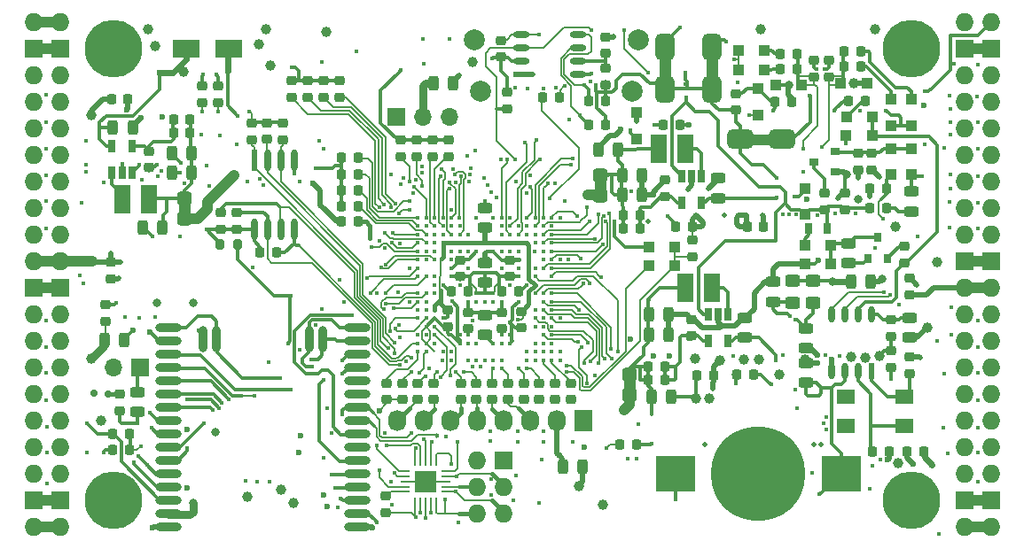
<source format=gbl>
G04 #@! TF.GenerationSoftware,KiCad,Pcbnew,6.0.11+dfsg-1*
G04 #@! TF.CreationDate,2023-03-29T14:32:03+02:00*
G04 #@! TF.ProjectId,ulx3s,756c7833-732e-46b6-9963-61645f706362,v3.1.8*
G04 #@! TF.SameCoordinates,Original*
G04 #@! TF.FileFunction,Copper,L6,Bot*
G04 #@! TF.FilePolarity,Positive*
%FSLAX46Y46*%
G04 Gerber Fmt 4.6, Leading zero omitted, Abs format (unit mm)*
G04 Created by KiCad (PCBNEW 6.0.11+dfsg-1) date 2023-03-29 14:32:03*
%MOMM*%
%LPD*%
G01*
G04 APERTURE LIST*
G04 Aperture macros list*
%AMRoundRect*
0 Rectangle with rounded corners*
0 $1 Rounding radius*
0 $2 $3 $4 $5 $6 $7 $8 $9 X,Y pos of 4 corners*
0 Add a 4 corners polygon primitive as box body*
4,1,4,$2,$3,$4,$5,$6,$7,$8,$9,$2,$3,0*
0 Add four circle primitives for the rounded corners*
1,1,$1+$1,$2,$3*
1,1,$1+$1,$4,$5*
1,1,$1+$1,$6,$7*
1,1,$1+$1,$8,$9*
0 Add four rect primitives between the rounded corners*
20,1,$1+$1,$2,$3,$4,$5,0*
20,1,$1+$1,$4,$5,$6,$7,0*
20,1,$1+$1,$6,$7,$8,$9,0*
20,1,$1+$1,$8,$9,$2,$3,0*%
G04 Aperture macros list end*
G04 #@! TA.AperFunction,EtchedComponent*
%ADD10C,0.100000*%
G04 #@! TD*
G04 #@! TA.AperFunction,ComponentPad*
%ADD11C,5.500000*%
G04 #@! TD*
G04 #@! TA.AperFunction,ComponentPad*
%ADD12O,1.727200X1.727200*%
G04 #@! TD*
G04 #@! TA.AperFunction,ComponentPad*
%ADD13R,1.727200X1.727200*%
G04 #@! TD*
G04 #@! TA.AperFunction,ComponentPad*
%ADD14R,1.727200X2.032000*%
G04 #@! TD*
G04 #@! TA.AperFunction,ComponentPad*
%ADD15O,1.727200X2.032000*%
G04 #@! TD*
G04 #@! TA.AperFunction,ComponentPad*
%ADD16C,2.000000*%
G04 #@! TD*
G04 #@! TA.AperFunction,ComponentPad*
%ADD17R,1.700000X1.700000*%
G04 #@! TD*
G04 #@! TA.AperFunction,ComponentPad*
%ADD18O,1.700000X1.700000*%
G04 #@! TD*
G04 #@! TA.AperFunction,SMDPad,CuDef*
%ADD19R,0.700000X1.200000*%
G04 #@! TD*
G04 #@! TA.AperFunction,SMDPad,CuDef*
%ADD20R,3.700000X3.500000*%
G04 #@! TD*
G04 #@! TA.AperFunction,SMDPad,CuDef*
%ADD21C,9.000000*%
G04 #@! TD*
G04 #@! TA.AperFunction,SMDPad,CuDef*
%ADD22R,0.600000X1.550000*%
G04 #@! TD*
G04 #@! TA.AperFunction,SMDPad,CuDef*
%ADD23O,0.600000X1.550000*%
G04 #@! TD*
G04 #@! TA.AperFunction,SMDPad,CuDef*
%ADD24RoundRect,0.243750X-0.243750X-0.456250X0.243750X-0.456250X0.243750X0.456250X-0.243750X0.456250X0*%
G04 #@! TD*
G04 #@! TA.AperFunction,SMDPad,CuDef*
%ADD25RoundRect,0.218750X-0.218750X-0.256250X0.218750X-0.256250X0.218750X0.256250X-0.218750X0.256250X0*%
G04 #@! TD*
G04 #@! TA.AperFunction,SMDPad,CuDef*
%ADD26RoundRect,0.243750X0.456250X-0.243750X0.456250X0.243750X-0.456250X0.243750X-0.456250X-0.243750X0*%
G04 #@! TD*
G04 #@! TA.AperFunction,SMDPad,CuDef*
%ADD27RoundRect,0.218750X0.218750X0.256250X-0.218750X0.256250X-0.218750X-0.256250X0.218750X-0.256250X0*%
G04 #@! TD*
G04 #@! TA.AperFunction,SMDPad,CuDef*
%ADD28RoundRect,0.243750X0.243750X0.456250X-0.243750X0.456250X-0.243750X-0.456250X0.243750X-0.456250X0*%
G04 #@! TD*
G04 #@! TA.AperFunction,SMDPad,CuDef*
%ADD29RoundRect,0.218750X-0.256250X0.218750X-0.256250X-0.218750X0.256250X-0.218750X0.256250X0.218750X0*%
G04 #@! TD*
G04 #@! TA.AperFunction,SMDPad,CuDef*
%ADD30RoundRect,0.243750X-0.456250X0.243750X-0.456250X-0.243750X0.456250X-0.243750X0.456250X0.243750X0*%
G04 #@! TD*
G04 #@! TA.AperFunction,SMDPad,CuDef*
%ADD31RoundRect,0.218750X0.256250X-0.218750X0.256250X0.218750X-0.256250X0.218750X-0.256250X-0.218750X0*%
G04 #@! TD*
G04 #@! TA.AperFunction,SMDPad,CuDef*
%ADD32R,1.000000X1.000000*%
G04 #@! TD*
G04 #@! TA.AperFunction,SMDPad,CuDef*
%ADD33R,1.550000X0.600000*%
G04 #@! TD*
G04 #@! TA.AperFunction,SMDPad,CuDef*
%ADD34O,1.550000X0.600000*%
G04 #@! TD*
G04 #@! TA.AperFunction,SMDPad,CuDef*
%ADD35R,1.500000X2.700000*%
G04 #@! TD*
G04 #@! TA.AperFunction,SMDPad,CuDef*
%ADD36R,0.670000X1.000000*%
G04 #@! TD*
G04 #@! TA.AperFunction,SMDPad,CuDef*
%ADD37C,0.300000*%
G04 #@! TD*
G04 #@! TA.AperFunction,SMDPad,CuDef*
%ADD38R,0.900000X0.800000*%
G04 #@! TD*
G04 #@! TA.AperFunction,SMDPad,CuDef*
%ADD39R,0.800000X0.900000*%
G04 #@! TD*
G04 #@! TA.AperFunction,SMDPad,CuDef*
%ADD40RoundRect,0.323750X-0.376250X0.323750X-0.376250X-0.323750X0.376250X-0.323750X0.376250X0.323750X0*%
G04 #@! TD*
G04 #@! TA.AperFunction,SMDPad,CuDef*
%ADD41RoundRect,0.450000X0.800000X0.450000X-0.800000X0.450000X-0.800000X-0.450000X0.800000X-0.450000X0*%
G04 #@! TD*
G04 #@! TA.AperFunction,SMDPad,CuDef*
%ADD42RoundRect,0.450000X-0.450000X0.800000X-0.450000X-0.800000X0.450000X-0.800000X0.450000X0.800000X0*%
G04 #@! TD*
G04 #@! TA.AperFunction,SMDPad,CuDef*
%ADD43RoundRect,0.450000X0.450000X-0.800000X0.450000X0.800000X-0.450000X0.800000X-0.450000X-0.800000X0*%
G04 #@! TD*
G04 #@! TA.AperFunction,SMDPad,CuDef*
%ADD44RoundRect,0.249999X-0.450001X0.325001X-0.450001X-0.325001X0.450001X-0.325001X0.450001X0.325001X0*%
G04 #@! TD*
G04 #@! TA.AperFunction,SMDPad,CuDef*
%ADD45R,0.600000X2.100000*%
G04 #@! TD*
G04 #@! TA.AperFunction,SMDPad,CuDef*
%ADD46O,0.600000X2.100000*%
G04 #@! TD*
G04 #@! TA.AperFunction,SMDPad,CuDef*
%ADD47R,2.500000X1.800000*%
G04 #@! TD*
G04 #@! TA.AperFunction,SMDPad,CuDef*
%ADD48RoundRect,0.225000X0.250000X-0.225000X0.250000X0.225000X-0.250000X0.225000X-0.250000X-0.225000X0*%
G04 #@! TD*
G04 #@! TA.AperFunction,SMDPad,CuDef*
%ADD49RoundRect,0.225000X-0.250000X0.225000X-0.250000X-0.225000X0.250000X-0.225000X0.250000X0.225000X0*%
G04 #@! TD*
G04 #@! TA.AperFunction,SMDPad,CuDef*
%ADD50RoundRect,0.062500X0.350000X0.062500X-0.350000X0.062500X-0.350000X-0.062500X0.350000X-0.062500X0*%
G04 #@! TD*
G04 #@! TA.AperFunction,SMDPad,CuDef*
%ADD51RoundRect,0.062500X0.062500X0.350000X-0.062500X0.350000X-0.062500X-0.350000X0.062500X-0.350000X0*%
G04 #@! TD*
G04 #@! TA.AperFunction,SMDPad,CuDef*
%ADD52R,2.000000X2.000000*%
G04 #@! TD*
G04 #@! TA.AperFunction,SMDPad,CuDef*
%ADD53RoundRect,0.200000X-0.200000X-0.275000X0.200000X-0.275000X0.200000X0.275000X-0.200000X0.275000X0*%
G04 #@! TD*
G04 #@! TA.AperFunction,SMDPad,CuDef*
%ADD54O,2.500000X0.900000*%
G04 #@! TD*
G04 #@! TA.AperFunction,SMDPad,CuDef*
%ADD55O,0.900000X2.500000*%
G04 #@! TD*
G04 #@! TA.AperFunction,SMDPad,CuDef*
%ADD56R,1.800000X1.400000*%
G04 #@! TD*
G04 #@! TA.AperFunction,ViaPad*
%ADD57C,0.419000*%
G04 #@! TD*
G04 #@! TA.AperFunction,ViaPad*
%ADD58C,1.000000*%
G04 #@! TD*
G04 #@! TA.AperFunction,ViaPad*
%ADD59C,0.800000*%
G04 #@! TD*
G04 #@! TA.AperFunction,ViaPad*
%ADD60C,0.600000*%
G04 #@! TD*
G04 #@! TA.AperFunction,ViaPad*
%ADD61C,0.420000*%
G04 #@! TD*
G04 #@! TA.AperFunction,ViaPad*
%ADD62C,0.500000*%
G04 #@! TD*
G04 #@! TA.AperFunction,ViaPad*
%ADD63C,0.700000*%
G04 #@! TD*
G04 #@! TA.AperFunction,ViaPad*
%ADD64C,0.454000*%
G04 #@! TD*
G04 #@! TA.AperFunction,Conductor*
%ADD65C,0.500000*%
G04 #@! TD*
G04 #@! TA.AperFunction,Conductor*
%ADD66C,0.300000*%
G04 #@! TD*
G04 #@! TA.AperFunction,Conductor*
%ADD67C,0.127000*%
G04 #@! TD*
G04 #@! TA.AperFunction,Conductor*
%ADD68C,0.200000*%
G04 #@! TD*
G04 #@! TA.AperFunction,Conductor*
%ADD69C,0.600000*%
G04 #@! TD*
G04 #@! TA.AperFunction,Conductor*
%ADD70C,1.000000*%
G04 #@! TD*
G04 #@! TA.AperFunction,Conductor*
%ADD71C,0.190000*%
G04 #@! TD*
G04 #@! TA.AperFunction,Conductor*
%ADD72C,0.800000*%
G04 #@! TD*
G04 #@! TA.AperFunction,Conductor*
%ADD73C,0.400000*%
G04 #@! TD*
G04 #@! TA.AperFunction,Conductor*
%ADD74C,0.700000*%
G04 #@! TD*
G04 APERTURE END LIST*
G36*
X152781000Y-97761000D02*
G01*
X151781000Y-97761000D01*
X151781000Y-96961000D01*
X152781000Y-96961000D01*
X152781000Y-97761000D01*
G37*
D10*
X152781000Y-97761000D02*
X151781000Y-97761000D01*
X151781000Y-96961000D01*
X152781000Y-96961000D01*
X152781000Y-97761000D01*
G36*
X149972000Y-78711000D02*
G01*
X148972000Y-78711000D01*
X148972000Y-77911000D01*
X149972000Y-77911000D01*
X149972000Y-78711000D01*
G37*
X149972000Y-78711000D02*
X148972000Y-78711000D01*
X148972000Y-77911000D01*
X149972000Y-77911000D01*
X149972000Y-78711000D01*
G36*
X110309000Y-80932000D02*
G01*
X109309000Y-80932000D01*
X109309000Y-80132000D01*
X110309000Y-80132000D01*
X110309000Y-80932000D01*
G37*
X110309000Y-80932000D02*
X109309000Y-80932000D01*
X109309000Y-80132000D01*
X110309000Y-80132000D01*
X110309000Y-80932000D01*
G36*
X165754000Y-74400000D02*
G01*
X163954000Y-74400000D01*
X163954000Y-73400000D01*
X165754000Y-73400000D01*
X165754000Y-74400000D01*
G37*
X165754000Y-74400000D02*
X163954000Y-74400000D01*
X163954000Y-73400000D01*
X165754000Y-73400000D01*
X165754000Y-74400000D01*
G36*
X160655000Y-68000000D02*
G01*
X159655000Y-68000000D01*
X159655000Y-66200000D01*
X160655000Y-66200000D01*
X160655000Y-68000000D01*
G37*
X160655000Y-68000000D02*
X159655000Y-68000000D01*
X159655000Y-66200000D01*
X160655000Y-66200000D01*
X160655000Y-68000000D01*
G36*
X156180000Y-68000000D02*
G01*
X155180000Y-68000000D01*
X155180000Y-66200000D01*
X156180000Y-66200000D01*
X156180000Y-68000000D01*
G37*
X156180000Y-68000000D02*
X155180000Y-68000000D01*
X155180000Y-66200000D01*
X156180000Y-66200000D01*
X156180000Y-68000000D01*
D11*
X102990000Y-108410000D03*
X179190000Y-108410000D03*
X179190000Y-65230000D03*
X102990000Y-65230000D03*
D12*
X97910000Y-62690000D03*
X95370000Y-62690000D03*
D13*
X97910000Y-65230000D03*
X95370000Y-65230000D03*
D12*
X97910000Y-67770000D03*
X95370000Y-67770000D03*
X97910000Y-70310000D03*
X95370000Y-70310000D03*
X97910000Y-72850000D03*
X95370000Y-72850000D03*
X97910000Y-75390000D03*
X95370000Y-75390000D03*
X97910000Y-77930000D03*
X95370000Y-77930000D03*
X97910000Y-80470000D03*
X95370000Y-80470000D03*
X97910000Y-83010000D03*
X95370000Y-83010000D03*
X97910000Y-85550000D03*
X95370000Y-85550000D03*
D13*
X97910000Y-88090000D03*
X95370000Y-88090000D03*
D12*
X97910000Y-90630000D03*
X95370000Y-90630000D03*
X97910000Y-93170000D03*
X95370000Y-93170000D03*
X97910000Y-95710000D03*
X95370000Y-95710000D03*
X97910000Y-98250000D03*
X95370000Y-98250000D03*
X97910000Y-100790000D03*
X95370000Y-100790000D03*
X97910000Y-103330000D03*
X95370000Y-103330000D03*
X97910000Y-105870000D03*
X95370000Y-105870000D03*
D13*
X97910000Y-108410000D03*
X95370000Y-108410000D03*
D12*
X97910000Y-110950000D03*
X95370000Y-110950000D03*
X184270000Y-110950000D03*
X186810000Y-110950000D03*
D13*
X184270000Y-108410000D03*
X186810000Y-108410000D03*
D12*
X184270000Y-105870000D03*
X186810000Y-105870000D03*
X184270000Y-103330000D03*
X186810000Y-103330000D03*
X184270000Y-100790000D03*
X186810000Y-100790000D03*
X184270000Y-98250000D03*
X186810000Y-98250000D03*
X184270000Y-95710000D03*
X186810000Y-95710000D03*
X184270000Y-93170000D03*
X186810000Y-93170000D03*
X184270000Y-90630000D03*
X186810000Y-90630000D03*
X184270000Y-88090000D03*
X186810000Y-88090000D03*
D13*
X184270000Y-85550000D03*
X186810000Y-85550000D03*
D12*
X184270000Y-83010000D03*
X186810000Y-83010000D03*
X184270000Y-80470000D03*
X186810000Y-80470000D03*
X184270000Y-77930000D03*
X186810000Y-77930000D03*
X184270000Y-75390000D03*
X186810000Y-75390000D03*
X184270000Y-72850000D03*
X186810000Y-72850000D03*
X184270000Y-70310000D03*
X186810000Y-70310000D03*
X184270000Y-67770000D03*
X186810000Y-67770000D03*
D13*
X184270000Y-65230000D03*
X186810000Y-65230000D03*
D12*
X184270000Y-62690000D03*
X186810000Y-62690000D03*
D14*
X147920000Y-100790000D03*
D15*
X145380000Y-100790000D03*
X142840000Y-100790000D03*
X140265000Y-100790000D03*
X137760000Y-100790000D03*
X135220000Y-100790000D03*
X132680000Y-100790000D03*
X130140000Y-100790000D03*
D16*
X138046000Y-69312000D03*
X152546000Y-69312000D03*
X137446000Y-64412000D03*
X153146000Y-64412000D03*
D17*
X130056000Y-71725000D03*
D18*
X132596000Y-71725000D03*
X135136000Y-71725000D03*
D13*
X140300000Y-104600000D03*
D12*
X137760000Y-104600000D03*
X140300000Y-107140000D03*
X137760000Y-107140000D03*
X140300000Y-109680000D03*
X137760000Y-109680000D03*
D17*
X105530000Y-95710000D03*
D18*
X102990000Y-95710000D03*
D19*
X159825000Y-90600000D03*
X160775000Y-90600000D03*
X161725000Y-90600000D03*
X161725000Y-93200000D03*
X159825000Y-93200000D03*
X104775000Y-77115000D03*
X103825000Y-77115000D03*
X102875000Y-77115000D03*
X102875000Y-74515000D03*
X104775000Y-74515000D03*
X157285000Y-77392000D03*
X158235000Y-77392000D03*
X159185000Y-77392000D03*
X159185000Y-79992000D03*
X157285000Y-79992000D03*
D20*
X172485000Y-105870000D03*
X156685000Y-105870000D03*
D21*
X164585000Y-105870000D03*
D22*
X175395000Y-96015000D03*
D23*
X174125000Y-96015000D03*
X172855000Y-96015000D03*
X171585000Y-96015000D03*
X171585000Y-90615000D03*
X172855000Y-90615000D03*
X174125000Y-90615000D03*
X175395000Y-90615000D03*
D24*
X133563500Y-68550000D03*
X135438500Y-68550000D03*
D25*
X154072500Y-96910000D03*
X155647500Y-96910000D03*
D24*
X154122500Y-90630000D03*
X155997500Y-90630000D03*
X154122500Y-92535000D03*
X155997500Y-92535000D03*
D26*
X163315000Y-92837500D03*
X163315000Y-90962500D03*
D25*
X151732500Y-82375000D03*
X153307500Y-82375000D03*
D24*
X151582500Y-79200000D03*
X153457500Y-79200000D03*
X151582500Y-77295000D03*
X153457500Y-77295000D03*
D26*
X160775000Y-79502500D03*
X160775000Y-77627500D03*
D27*
X110327500Y-72005000D03*
X108752500Y-72005000D03*
D28*
X110477500Y-75180000D03*
X108602500Y-75180000D03*
D29*
X175380000Y-75237500D03*
X175380000Y-76812500D03*
D26*
X105276000Y-99949500D03*
X105276000Y-98074500D03*
D24*
X173441500Y-87473000D03*
X175316500Y-87473000D03*
D30*
X138500000Y-90682500D03*
X138500000Y-92557500D03*
D26*
X138500000Y-82357500D03*
X138500000Y-80482500D03*
D30*
X138500000Y-85682500D03*
X138500000Y-87557500D03*
D24*
X154376500Y-98504000D03*
X156251500Y-98504000D03*
D28*
X107683500Y-82292000D03*
X105808500Y-82292000D03*
D29*
X140900000Y-85432500D03*
X140900000Y-87007500D03*
X136900000Y-90432500D03*
X136900000Y-92007500D03*
X140100000Y-90432500D03*
X140100000Y-92007500D03*
X134900000Y-90232500D03*
X134900000Y-91807500D03*
D27*
X141687500Y-88420000D03*
X140112500Y-88420000D03*
D25*
X163512500Y-82220000D03*
X165087500Y-82220000D03*
D27*
X158287500Y-82220000D03*
X156712500Y-82220000D03*
D29*
X177300000Y-94112500D03*
X177300000Y-95687500D03*
D24*
X145942500Y-105200000D03*
X147817500Y-105200000D03*
D25*
X102812500Y-70020000D03*
X104387500Y-70020000D03*
D29*
X102736000Y-85651500D03*
X102736000Y-87226500D03*
D31*
X179063000Y-88768500D03*
X179063000Y-87193500D03*
D27*
X180385500Y-103711000D03*
X178810500Y-103711000D03*
X160307500Y-96490000D03*
X158732500Y-96490000D03*
D26*
X169172000Y-97173500D03*
X169172000Y-95298500D03*
D25*
X135312500Y-88420000D03*
X136887500Y-88420000D03*
D32*
X172479000Y-68550000D03*
X174979000Y-68550000D03*
X164585000Y-69060000D03*
X164585000Y-71560000D03*
D28*
X110477500Y-77085000D03*
X108602500Y-77085000D03*
X151171500Y-74882000D03*
X149296500Y-74882000D03*
D26*
X179190000Y-80772500D03*
X179190000Y-78897500D03*
D25*
X166718500Y-65738000D03*
X168293500Y-65738000D03*
D29*
X128980000Y-108012500D03*
X128980000Y-109587500D03*
D30*
X179078000Y-90980500D03*
X179078000Y-92855500D03*
D31*
X177300000Y-92705500D03*
X177300000Y-91130500D03*
X113000000Y-70372500D03*
X113000000Y-68797500D03*
X111500000Y-70372500D03*
X111500000Y-68797500D03*
D27*
X157117500Y-72487000D03*
X155542500Y-72487000D03*
D31*
X171331000Y-67940500D03*
X171331000Y-66365500D03*
X169919000Y-67940500D03*
X169919000Y-66365500D03*
D25*
X172814500Y-65502000D03*
X174389500Y-65502000D03*
D31*
X120008000Y-69872500D03*
X120008000Y-68297500D03*
X121532000Y-69872500D03*
X121532000Y-68297500D03*
X123056000Y-69872500D03*
X123056000Y-68297500D03*
X124580000Y-69872500D03*
X124580000Y-68297500D03*
D27*
X145567500Y-69900000D03*
X143992500Y-69900000D03*
D32*
X169030000Y-81085000D03*
X169030000Y-78585000D03*
X171550000Y-85837000D03*
X169050000Y-85837000D03*
X179190000Y-77275000D03*
X179190000Y-74775000D03*
X177285000Y-74775000D03*
X177285000Y-77275000D03*
X172987000Y-73503000D03*
X175487000Y-73503000D03*
X168756000Y-68659000D03*
X166256000Y-68659000D03*
X162700000Y-67262000D03*
X165200000Y-67262000D03*
X165200000Y-65357000D03*
X162700000Y-65357000D03*
D24*
X102966000Y-72785000D03*
X104841000Y-72785000D03*
X102179500Y-93061000D03*
X104054500Y-93061000D03*
D33*
X141980000Y-67706500D03*
D34*
X141980000Y-66436500D03*
X141980000Y-65166500D03*
X141980000Y-63896500D03*
X147380000Y-63896500D03*
X147380000Y-65166500D03*
X147380000Y-66436500D03*
X147380000Y-67706500D03*
D35*
X160140000Y-88090000D03*
X157600000Y-88090000D03*
X157600000Y-74755000D03*
X155060000Y-74755000D03*
D36*
X169425000Y-82375000D03*
X171175000Y-82375000D03*
D31*
X172840000Y-80622500D03*
X172840000Y-79047500D03*
X162480000Y-71097500D03*
X162480000Y-69522500D03*
D27*
X176802500Y-80470000D03*
X175227500Y-80470000D03*
D29*
X174110000Y-75237500D03*
X174110000Y-76812500D03*
X178555000Y-84127500D03*
X178555000Y-85702500D03*
D31*
X102228000Y-91290500D03*
X102228000Y-89715500D03*
X170935000Y-80622500D03*
X170935000Y-79047500D03*
D27*
X152926500Y-103076000D03*
X151351500Y-103076000D03*
D29*
X119200000Y-72332500D03*
X119200000Y-73907500D03*
D31*
X114800000Y-82507500D03*
X114800000Y-80932500D03*
D27*
X126383500Y-80260000D03*
X124808500Y-80260000D03*
X126383500Y-78736000D03*
X124808500Y-78736000D03*
X126383500Y-77212000D03*
X124808500Y-77212000D03*
X126383500Y-75670000D03*
X124808500Y-75670000D03*
D31*
X130422000Y-75560500D03*
X130422000Y-73985500D03*
X131961000Y-75560500D03*
X131961000Y-73985500D03*
X133485000Y-75560500D03*
X133485000Y-73985500D03*
X135009000Y-75560500D03*
X135009000Y-73985500D03*
X140025500Y-66017500D03*
X140025500Y-64442500D03*
D29*
X140597000Y-69413500D03*
X140597000Y-70988500D03*
D31*
X149980000Y-68687500D03*
X149980000Y-67112500D03*
D27*
X149962500Y-72487000D03*
X148387500Y-72487000D03*
X149967500Y-70200000D03*
X148392500Y-70200000D03*
D25*
X116980000Y-84700000D03*
X118555000Y-84700000D03*
D29*
X117695000Y-72330500D03*
X117695000Y-73905500D03*
D31*
X113300000Y-82507500D03*
X113300000Y-80932500D03*
D29*
X116200000Y-72332500D03*
X116200000Y-73907500D03*
D31*
X129080000Y-98775000D03*
X129080000Y-97200000D03*
D27*
X104539500Y-102060000D03*
X102964500Y-102060000D03*
X164102500Y-96345000D03*
X162527500Y-96345000D03*
D25*
X166718500Y-67135000D03*
X168293500Y-67135000D03*
D27*
X174387500Y-66899000D03*
X172812500Y-66899000D03*
D25*
X154072500Y-95640000D03*
X155647500Y-95640000D03*
D27*
X110327500Y-73275000D03*
X108752500Y-73275000D03*
D25*
X151732500Y-81105000D03*
X153307500Y-81105000D03*
D29*
X158235000Y-91112500D03*
X158235000Y-92687500D03*
D31*
X106365000Y-76602500D03*
X106365000Y-75027500D03*
D29*
X155695000Y-77777500D03*
X155695000Y-79352500D03*
D27*
X176802500Y-78565000D03*
X175227500Y-78565000D03*
D35*
X103825000Y-79625000D03*
X106365000Y-79625000D03*
D29*
X136100000Y-85432500D03*
X136100000Y-87007500D03*
D37*
X181872000Y-111603000D03*
D38*
X171935000Y-75075000D03*
X171935000Y-76975000D03*
X169935000Y-76025000D03*
D31*
X103576500Y-99817500D03*
X103576500Y-98242500D03*
D39*
X176965000Y-85280000D03*
X175065000Y-85280000D03*
X176015000Y-83280000D03*
D32*
X175502000Y-71740000D03*
X173002000Y-71740000D03*
D25*
X173210500Y-70201000D03*
X174785500Y-70201000D03*
D29*
X179078000Y-94686500D03*
X179078000Y-96261500D03*
D27*
X177071500Y-103711000D03*
X175496500Y-103711000D03*
D32*
X154141000Y-84186000D03*
X156641000Y-84186000D03*
D40*
X152281000Y-96393500D03*
X152281000Y-98328500D03*
X149472000Y-77343500D03*
X149472000Y-79278500D03*
X109809000Y-79564500D03*
X109809000Y-81499500D03*
D32*
X154121000Y-85964000D03*
X156621000Y-85964000D03*
D25*
X166210500Y-70310000D03*
X167785500Y-70310000D03*
D41*
X166854000Y-73900000D03*
X162854000Y-73900000D03*
D42*
X160155000Y-65100000D03*
X160155000Y-69100000D03*
D43*
X155680000Y-69100000D03*
X155680000Y-65100000D03*
D32*
X177285000Y-72594000D03*
X177285000Y-70094000D03*
X179190000Y-70094000D03*
X179190000Y-72594000D03*
D25*
X102964500Y-103600000D03*
X104539500Y-103600000D03*
D26*
X165982000Y-89408500D03*
X165982000Y-87533500D03*
D44*
X167887000Y-87446000D03*
X167887000Y-89496000D03*
X169792000Y-87446000D03*
X169792000Y-89496000D03*
D30*
X169157000Y-91978500D03*
X169157000Y-93853500D03*
D26*
X173221000Y-85725500D03*
X173221000Y-83850500D03*
D27*
X126387500Y-81770000D03*
X124812500Y-81770000D03*
D45*
X116440000Y-75920000D03*
D46*
X117710000Y-75920000D03*
X118980000Y-75920000D03*
X120250000Y-75920000D03*
X120250000Y-82524000D03*
X118980000Y-82524000D03*
X117710000Y-82524000D03*
X116440000Y-82524000D03*
D29*
X142000000Y-90332500D03*
X142000000Y-91907500D03*
D47*
X109980000Y-65200000D03*
X113980000Y-65200000D03*
D31*
X130580000Y-98787500D03*
X130580000Y-97212500D03*
D48*
X136180000Y-98775000D03*
X136180000Y-97225000D03*
D49*
X137680000Y-97225000D03*
X137680000Y-98775000D03*
D48*
X139180000Y-98775000D03*
X139180000Y-97225000D03*
D49*
X140680000Y-97225000D03*
X140680000Y-98775000D03*
D48*
X142180000Y-98775000D03*
X142180000Y-97225000D03*
D49*
X133580000Y-97225000D03*
X133580000Y-98775000D03*
D29*
X158312000Y-83525500D03*
X158312000Y-85100500D03*
D49*
X143680000Y-97225000D03*
X143680000Y-98775000D03*
D32*
X152930000Y-73850000D03*
X152930000Y-71350000D03*
D49*
X146680000Y-97225000D03*
X146680000Y-98775000D03*
D48*
X145180000Y-98775000D03*
X145180000Y-97225000D03*
X132080000Y-98775000D03*
X132080000Y-97225000D03*
D31*
X149980000Y-65687500D03*
X149980000Y-64112500D03*
D50*
X134772500Y-105600000D03*
X134772500Y-106100000D03*
X134772500Y-106600000D03*
X134772500Y-107100000D03*
X134772500Y-107600000D03*
D51*
X133835000Y-108537500D03*
X133335000Y-108537500D03*
X132835000Y-108537500D03*
X132335000Y-108537500D03*
X131835000Y-108537500D03*
D50*
X130897500Y-107600000D03*
X130897500Y-107100000D03*
X130897500Y-106600000D03*
X130897500Y-106100000D03*
X130897500Y-105600000D03*
D51*
X131835000Y-104662500D03*
X132335000Y-104662500D03*
X132835000Y-104662500D03*
X133335000Y-104662500D03*
X133835000Y-104662500D03*
D52*
X132835000Y-106600000D03*
D53*
X113214800Y-83932000D03*
X114864800Y-83932000D03*
D54*
X108300000Y-110975000D03*
X108300000Y-109705000D03*
X108300000Y-108435000D03*
X108300000Y-107165000D03*
X108300000Y-105895000D03*
X108300000Y-104625000D03*
X108300000Y-103355000D03*
X108300000Y-102085000D03*
X108300000Y-100815000D03*
X108300000Y-99545000D03*
X108300000Y-98275000D03*
X108300000Y-97005000D03*
X108300000Y-95735000D03*
X108300000Y-94465000D03*
D55*
X111585000Y-92965000D03*
D54*
X108300000Y-93195000D03*
D55*
X112855000Y-92965000D03*
D54*
X108300000Y-91925000D03*
D55*
X121745000Y-92965000D03*
D54*
X126300000Y-91925000D03*
D55*
X123015000Y-92965000D03*
D54*
X126300000Y-93195000D03*
X126300000Y-94465000D03*
X126300000Y-95735000D03*
X126300000Y-97005000D03*
X126300000Y-98275000D03*
X126300000Y-99545000D03*
X126300000Y-100815000D03*
X126300000Y-102085000D03*
X126300000Y-103355000D03*
X126300000Y-104625000D03*
X126300000Y-105895000D03*
X126300000Y-107165000D03*
X126300000Y-108435000D03*
X126300000Y-109705000D03*
X126300000Y-110975000D03*
D32*
X169050000Y-84059000D03*
X171550000Y-84059000D03*
D56*
X178568500Y-101322000D03*
X172968500Y-101322000D03*
X172968500Y-98522000D03*
X178568500Y-98522000D03*
D57*
X114801000Y-74374000D03*
D58*
X118992000Y-107394000D03*
X115817000Y-108029000D03*
D59*
X107181000Y-89487000D03*
D57*
X116960000Y-77676000D03*
X123080000Y-74800000D03*
D59*
X110610000Y-89487000D03*
D57*
X107562000Y-76914000D03*
X141580000Y-101800000D03*
X106980000Y-90900000D03*
X182870000Y-69740000D03*
X182910000Y-72270000D03*
D60*
X110070000Y-107250000D03*
D61*
X96600000Y-77340000D03*
D57*
X134790000Y-102350000D03*
X139280000Y-93400000D03*
X140080000Y-95000000D03*
X135324015Y-89355985D03*
D61*
X96610000Y-79830000D03*
D57*
X180080000Y-94800000D03*
X185550000Y-103850000D03*
D60*
X161380000Y-104550000D03*
D57*
X132880000Y-82200000D03*
X185540000Y-101450000D03*
D61*
X96600000Y-74790000D03*
D58*
X158539988Y-94868772D03*
D57*
X178022000Y-89660000D03*
D61*
X139050000Y-107940000D03*
X138480000Y-79750000D03*
X111100000Y-92190000D03*
D57*
X138480000Y-88600000D03*
D61*
X96610000Y-82380000D03*
D57*
X164972998Y-81150000D03*
X152930000Y-72200000D03*
X139280000Y-88600000D03*
X143280000Y-94200000D03*
D58*
X109730000Y-67460000D03*
D57*
X120780000Y-77900000D03*
X107230000Y-77450000D03*
D60*
X165780000Y-106180000D03*
D57*
X132880000Y-93400000D03*
D58*
X180714000Y-91900000D03*
D57*
X162190000Y-94590000D03*
X185540000Y-106630000D03*
X131280000Y-86200011D03*
D61*
X96610000Y-91190000D03*
D57*
X100425000Y-76960000D03*
X185570000Y-66710000D03*
D61*
X141440000Y-106030000D03*
D58*
X147455000Y-107031000D03*
D59*
X174110000Y-79581000D03*
D57*
X141680000Y-87000000D03*
D60*
X106490000Y-92278500D03*
D57*
X152114000Y-104392000D03*
X140080000Y-84600000D03*
X120255000Y-77200000D03*
X144080000Y-102800000D03*
D58*
X158645000Y-98635000D03*
D62*
X170554000Y-103076000D03*
D57*
X145680000Y-95000000D03*
X183310000Y-66690000D03*
X109793096Y-78113096D03*
D58*
X181705000Y-85596000D03*
D60*
X179380000Y-104954750D03*
D57*
X185560000Y-74760000D03*
X174105000Y-77575000D03*
D60*
X104850000Y-92170000D03*
D57*
X136880000Y-93400000D03*
X167570000Y-81060000D03*
X137680000Y-88600000D03*
X172155000Y-79500000D03*
X129580000Y-108800000D03*
X131282850Y-89402850D03*
X177287984Y-96778661D03*
D61*
X116760000Y-106600000D03*
X148550000Y-68350000D03*
X115610000Y-106560000D03*
D60*
X169220500Y-79644500D03*
X147980000Y-103300000D03*
D57*
X144080000Y-101800000D03*
X132556000Y-64260000D03*
X140880000Y-84600000D03*
X145680000Y-91000000D03*
X170990000Y-94550000D03*
X134463569Y-95000000D03*
D60*
X104280000Y-71054479D03*
X127720000Y-111000000D03*
D62*
X159505000Y-103076000D03*
D57*
X185570000Y-93760000D03*
D61*
X139040000Y-106380000D03*
D57*
X185540000Y-79920000D03*
D58*
X169080000Y-94960000D03*
X173490000Y-94694000D03*
X101847000Y-100790000D03*
X177658444Y-82281349D03*
D57*
X153130000Y-101090000D03*
X102105000Y-78050000D03*
D60*
X170280000Y-94530000D03*
D57*
X162660000Y-68410000D03*
X182310000Y-96280000D03*
X166970000Y-94560000D03*
X182900000Y-70960000D03*
X143280000Y-95000000D03*
D61*
X143900000Y-104490000D03*
D60*
X106760000Y-111010000D03*
D62*
X154044000Y-81740000D03*
D57*
X140080000Y-93400000D03*
X182880000Y-82350000D03*
X100005500Y-79962000D03*
X185570000Y-91210000D03*
D59*
X167506000Y-68659000D03*
D58*
X163203000Y-94966000D03*
D57*
X105730000Y-77775000D03*
X173870000Y-80980000D03*
X145680000Y-81400000D03*
D58*
X173729000Y-68532000D03*
D57*
X109330000Y-77075000D03*
X138980000Y-101800000D03*
X132880000Y-84600000D03*
X142480000Y-95000000D03*
X100450000Y-103838000D03*
X115830000Y-77900000D03*
X99790000Y-86866000D03*
X105480000Y-91000000D03*
D60*
X110050000Y-101630000D03*
D57*
X136055000Y-67750000D03*
X171950000Y-81010000D03*
D61*
X117920000Y-106590000D03*
X142550000Y-69020000D03*
D60*
X152408000Y-92997500D03*
D57*
X141680000Y-89400000D03*
X141580000Y-102800000D03*
D61*
X143630000Y-108630000D03*
D59*
X176396000Y-87201000D03*
D57*
X138480000Y-95000000D03*
X185550000Y-72260000D03*
X106780000Y-83200000D03*
X182340000Y-74680000D03*
X109455000Y-76145030D03*
D60*
X107630000Y-71725000D03*
D57*
X183010000Y-89980000D03*
X132683000Y-66673000D03*
X182720000Y-103920000D03*
D58*
X164854000Y-63343000D03*
X120212000Y-108633500D03*
D57*
X155949000Y-81249578D03*
X100400000Y-76320000D03*
X100425000Y-74039000D03*
D61*
X117870000Y-95240000D03*
D57*
X132880000Y-91800000D03*
X143080000Y-67700000D03*
X117355000Y-78300000D03*
X182900000Y-77280000D03*
X136080000Y-93400000D03*
X139280000Y-89400000D03*
D61*
X96600000Y-72260000D03*
D57*
X137680000Y-89400000D03*
X172390000Y-94600000D03*
X109380000Y-83200000D03*
D63*
X101180000Y-98200000D03*
D57*
X140080000Y-92600000D03*
D61*
X132350000Y-106950000D03*
X144040000Y-69010000D03*
D60*
X151455000Y-72950000D03*
D57*
X142480000Y-94200000D03*
D58*
X117550000Y-63330000D03*
X106290000Y-63360000D03*
D60*
X122030000Y-78075000D03*
X167580000Y-104560000D03*
D57*
X135096000Y-64260000D03*
X168200000Y-81100000D03*
D62*
X157855000Y-78675000D03*
D57*
X137680000Y-95000000D03*
X175205000Y-79400000D03*
X135280000Y-80600000D03*
X140880000Y-81400000D03*
X185530000Y-82390000D03*
X139280000Y-95000000D03*
D60*
X170280000Y-95300000D03*
D57*
X145680000Y-85400000D03*
X122680000Y-74000000D03*
X136080000Y-92600000D03*
D60*
X161390000Y-106720000D03*
X171580000Y-94925000D03*
D57*
X144080000Y-84600000D03*
D60*
X105597352Y-71817352D03*
D61*
X96630000Y-101360000D03*
D60*
X120910000Y-102230000D03*
D58*
X175776000Y-63343000D03*
D57*
X166930000Y-81070000D03*
X150805000Y-64075000D03*
X136080000Y-84600000D03*
X140880000Y-93400000D03*
X135280000Y-84600000D03*
D60*
X123110000Y-107860000D03*
D57*
X103830000Y-76225000D03*
D60*
X154567000Y-79178521D03*
D57*
X138480000Y-89400000D03*
D58*
X159886000Y-98631000D03*
D59*
X173030500Y-77212479D03*
D57*
X136880000Y-95000000D03*
D61*
X96620000Y-96210000D03*
D57*
X134479975Y-94200000D03*
X180460000Y-74374000D03*
X185500000Y-69760000D03*
D60*
X123437000Y-108972000D03*
D57*
X141680000Y-84600000D03*
X182880000Y-79860000D03*
X135280000Y-87000000D03*
X146880000Y-102800000D03*
X104080000Y-90900000D03*
X182910000Y-73460000D03*
X145680000Y-94200000D03*
X136880000Y-92600000D03*
D60*
X120740000Y-103824500D03*
D61*
X141349269Y-68945214D03*
D57*
X144880000Y-94200000D03*
X129546554Y-106668490D03*
X126231000Y-65484000D03*
D58*
X118000000Y-66820000D03*
X116880503Y-64802940D03*
D62*
X161346500Y-81105000D03*
D61*
X96650000Y-103840000D03*
D60*
X170309539Y-85441529D03*
D61*
X96640000Y-106790000D03*
D57*
X138980000Y-102700000D03*
D61*
X96620000Y-98850000D03*
D57*
X107130000Y-76300000D03*
D58*
X174830000Y-94810000D03*
D57*
X176130000Y-77475000D03*
X113200000Y-73520000D03*
D61*
X145297843Y-68967860D03*
X96600000Y-69640000D03*
X96610000Y-93720000D03*
D57*
X185530000Y-96220000D03*
X182900000Y-78580000D03*
X112155000Y-78325000D03*
D60*
X176970000Y-104550000D03*
D57*
X153003000Y-104392000D03*
D61*
X141180000Y-108410000D03*
D58*
X123300000Y-63620000D03*
D57*
X159855000Y-78631000D03*
D61*
X133310000Y-106920000D03*
D57*
X182220000Y-101430000D03*
D61*
X103510000Y-87120000D03*
D57*
X135279986Y-94200000D03*
X185560000Y-77400000D03*
X174313117Y-71127457D03*
X136880000Y-84600000D03*
D58*
X106974809Y-64953974D03*
D57*
X182990000Y-92550000D03*
X135279994Y-95000000D03*
D58*
X166632000Y-96363000D03*
D59*
X112749991Y-101896607D03*
D57*
X157600000Y-68630000D03*
X179755000Y-87800000D03*
X140880000Y-91400000D03*
X170200000Y-81110000D03*
D62*
X169919000Y-103076000D03*
D60*
X180435000Y-70610000D03*
D57*
X185540000Y-98820000D03*
X179800000Y-83183000D03*
X100171000Y-87628000D03*
D61*
X132900000Y-106340000D03*
D58*
X149741000Y-108809000D03*
D57*
X140880000Y-92600000D03*
X174379000Y-85743000D03*
X166284693Y-95025145D03*
X166363000Y-77549000D03*
X157624607Y-67486315D03*
D60*
X107435000Y-67516000D03*
D57*
X149046001Y-68703999D03*
X166363006Y-79473521D03*
X157107000Y-63216000D03*
X161560000Y-64569000D03*
X180444709Y-69292440D03*
D59*
X110593913Y-108636458D03*
D57*
X132080000Y-92600000D03*
D58*
X137310000Y-66500000D03*
D57*
X134534474Y-87810434D03*
D60*
X145560000Y-104100000D03*
D58*
X160900006Y-95020000D03*
D57*
X132880000Y-92600000D03*
D62*
X158679500Y-81168500D03*
D57*
X139280000Y-84600000D03*
D60*
X128380000Y-99819543D03*
D57*
X116000000Y-71220000D03*
X111880000Y-76400000D03*
X111885500Y-82507500D03*
D58*
X100894500Y-94884500D03*
D57*
X124400000Y-109120000D03*
X137315720Y-91235806D03*
X141680000Y-86200000D03*
D63*
X102482000Y-98250000D03*
D58*
X176142000Y-94567000D03*
D57*
X165803369Y-97344883D03*
X141680000Y-85400000D03*
D62*
X163505500Y-81168500D03*
D60*
X181155918Y-104980708D03*
D57*
X148680006Y-67600000D03*
D59*
X171697000Y-87455000D03*
D58*
X148268387Y-79156021D03*
D60*
X156091000Y-94585000D03*
D57*
X180255508Y-77402208D03*
D58*
X177920000Y-104854000D03*
D60*
X154593901Y-94607945D03*
D57*
X111400000Y-73420000D03*
X142480000Y-87800000D03*
X102101000Y-103838000D03*
D58*
X164625730Y-94982471D03*
D57*
X130309122Y-91609922D03*
X122930564Y-90161435D03*
X130328011Y-92850932D03*
X122356507Y-91613521D03*
X175507000Y-105108000D03*
X143280000Y-86200000D03*
X146480000Y-85400000D03*
X181680000Y-93200000D03*
X147700000Y-93768490D03*
X148234021Y-97199990D03*
X144880000Y-91800000D03*
X142480000Y-83800000D03*
X144080000Y-94200000D03*
X137680000Y-93400000D03*
X139200000Y-66137000D03*
X134480000Y-83800000D03*
X133680000Y-90200000D03*
X134480000Y-91000000D03*
D58*
X114547000Y-77295000D03*
D57*
X141640000Y-91107000D03*
X105480000Y-76350000D03*
X122926170Y-66532324D03*
X157680000Y-69900000D03*
X156725998Y-108301000D03*
X170426996Y-107838500D03*
X135980000Y-110500000D03*
X128180000Y-110500000D03*
X133680000Y-91800000D03*
X135180000Y-96500000D03*
X135780000Y-106100000D03*
D64*
X133930004Y-102200000D03*
D57*
X134279996Y-96600002D03*
X136080000Y-107100000D03*
X133680000Y-92600000D03*
X133680000Y-93400000D03*
X135729990Y-107600000D03*
X124880000Y-100156998D03*
X131430000Y-102000000D03*
X132880000Y-94200000D03*
X132258531Y-96187169D03*
X123099990Y-104346000D03*
X134680000Y-108350000D03*
X110080000Y-103400000D03*
X176523000Y-81486000D03*
X175761000Y-84280000D03*
X143260000Y-84620000D03*
X147948000Y-68659000D03*
X147582000Y-71562521D03*
X121990000Y-95616000D03*
X116438522Y-98377000D03*
X115245500Y-98377000D03*
X121901902Y-94914578D03*
X132079993Y-86200005D03*
X127220365Y-87166912D03*
X124880000Y-96300000D03*
X120793521Y-93972480D03*
X114900000Y-71620000D03*
X128380000Y-105500000D03*
D60*
X113900000Y-67320000D03*
D57*
X132680000Y-102595979D03*
X150037990Y-81740000D03*
X144080000Y-86200000D03*
X144880000Y-87000000D03*
X149575498Y-87093010D03*
X149860161Y-81214169D03*
X144880000Y-83800000D03*
X147343891Y-93217126D03*
X144080000Y-92600000D03*
X144880000Y-86200000D03*
X150357635Y-80989117D03*
X149331452Y-81077804D03*
X144880000Y-83000000D03*
X148349010Y-93322307D03*
X144880000Y-92600000D03*
X144880000Y-91000000D03*
X148533000Y-95089080D03*
X144880000Y-90200000D03*
X149912040Y-94858026D03*
X144880000Y-89400000D03*
X150565000Y-94858026D03*
X144880000Y-88600000D03*
X150539500Y-93965002D03*
X151190159Y-94219000D03*
X143280000Y-87000000D03*
X129890582Y-93304742D03*
X130988003Y-95125529D03*
X130338594Y-95412719D03*
X131425267Y-94791127D03*
X129887295Y-94389562D03*
X132080000Y-93400000D03*
X129266964Y-93852191D03*
X133181024Y-95753552D03*
X137280000Y-95600000D03*
X146312850Y-96100000D03*
X131498745Y-96135023D03*
X132080000Y-94200000D03*
X133674944Y-87000010D03*
X110067281Y-98787281D03*
X113131142Y-99577246D03*
X105607000Y-103236000D03*
X129772895Y-90048899D03*
X132080000Y-89402867D03*
X133448490Y-102800000D03*
X129123152Y-103173174D03*
X129030819Y-89641098D03*
X132880000Y-88600000D03*
X135830000Y-102850000D03*
X132080000Y-87000012D03*
X123802408Y-105966500D03*
X127569682Y-88554180D03*
X124880000Y-95000000D03*
X119680000Y-93400000D03*
X119967274Y-88887274D03*
X128916857Y-84275976D03*
X124202418Y-107207639D03*
X132830000Y-110100000D03*
X111500000Y-71220000D03*
X132330000Y-109600000D03*
X113000000Y-71220000D03*
X118930000Y-96700000D03*
X131293755Y-79827630D03*
X132080000Y-81400000D03*
X132080000Y-82199947D03*
X132880000Y-83000000D03*
X133672551Y-81400000D03*
X133680000Y-82200000D03*
X132480011Y-78313930D03*
X131261117Y-77886513D03*
X132880000Y-91000000D03*
X129923010Y-91995987D03*
X132077338Y-91002010D03*
X129413291Y-92228236D03*
X130295000Y-80978000D03*
X131280000Y-80627642D03*
X132080000Y-85399991D03*
X128580000Y-86181519D03*
X134284246Y-77455000D03*
X134480000Y-82200000D03*
X163680000Y-71600000D03*
X146559490Y-71978411D03*
X133335000Y-109595000D03*
X131879996Y-103400000D03*
X150083008Y-103389008D03*
X119960000Y-97820000D03*
X103280000Y-89500000D03*
X116268510Y-86116224D03*
X162441000Y-97270000D03*
X175244514Y-107267000D03*
X169725488Y-105743002D03*
X142480000Y-82200000D03*
X143280000Y-83000000D03*
X168903000Y-74755000D03*
X154425580Y-102987766D03*
X168014000Y-79327000D03*
X112800000Y-67720000D03*
X111600000Y-67720000D03*
X176269000Y-104473000D03*
X143280000Y-93400000D03*
X171050000Y-101628490D03*
X143280000Y-91800000D03*
X170859500Y-101077000D03*
X144080000Y-91800000D03*
X144080000Y-91000000D03*
X171050000Y-100442000D03*
X135280000Y-82200000D03*
X135684486Y-78053778D03*
X135482216Y-76729884D03*
X136080000Y-82200000D03*
X136080000Y-83000000D03*
X135636086Y-77253767D03*
X170680000Y-74600000D03*
X142785835Y-77336599D03*
X143280000Y-83800000D03*
X142480000Y-83020000D03*
X170173000Y-67135000D03*
X170935000Y-67135000D03*
X124582850Y-87331276D03*
X181872000Y-111603000D03*
X132082846Y-88602855D03*
X128191654Y-103187806D03*
X128810940Y-90140880D03*
X120008000Y-67008000D03*
X129947106Y-80044312D03*
X133680000Y-83000000D03*
X129507513Y-80406500D03*
X133680000Y-83800000D03*
X128834500Y-80089000D03*
X130334100Y-83854100D03*
X128434644Y-83600484D03*
X133680000Y-85400000D03*
X128390000Y-80406500D03*
X129035124Y-85855124D03*
X136880000Y-86200000D03*
X136080000Y-87800000D03*
X140880000Y-87800000D03*
X136880000Y-89400000D03*
X140080000Y-89400000D03*
D58*
X151758000Y-99774000D03*
D57*
X140080000Y-86200000D03*
X135280000Y-83000000D03*
X135070999Y-78598001D03*
X154694000Y-72487000D03*
X100450000Y-101044000D03*
X135280000Y-104900000D03*
X131880000Y-110050000D03*
X139280000Y-81400000D03*
X139554000Y-79423500D03*
X139046000Y-78915500D03*
X138728500Y-78280500D03*
X138382448Y-77562851D03*
X137527946Y-74952055D03*
X137680000Y-81400000D03*
X136824510Y-75497491D03*
X137174375Y-76624866D03*
X137007589Y-77284008D03*
X136926702Y-77887838D03*
X136207577Y-77419167D03*
X136072586Y-81400000D03*
X135129075Y-78015596D03*
X135272575Y-81400000D03*
X134355563Y-76739572D03*
X134472563Y-81400000D03*
X144080000Y-93400000D03*
X149010682Y-96469558D03*
X144880000Y-93400000D03*
X147998013Y-95293088D03*
X143280000Y-91000000D03*
X149324536Y-95289536D03*
X144080000Y-90200000D03*
X144080000Y-89400000D03*
X147430953Y-90200010D03*
X143280000Y-90200000D03*
X144080000Y-88600000D03*
X147910791Y-87683418D03*
X148483539Y-87623462D03*
X143280000Y-88600000D03*
X144080000Y-85400000D03*
X147612154Y-85271855D03*
X144880000Y-85400000D03*
X144880000Y-84600000D03*
X149764011Y-83914020D03*
X144080000Y-83800000D03*
X148964000Y-83391010D03*
X144080000Y-83000000D03*
X148519500Y-81740000D03*
X144880000Y-82200000D03*
X144080000Y-82200000D03*
X148202000Y-80343000D03*
X147301000Y-81265000D03*
X144880000Y-81400000D03*
X142773292Y-78438000D03*
X142480000Y-81400000D03*
X142463773Y-79031095D03*
X144519000Y-78120500D03*
X144080000Y-81400000D03*
X145217500Y-78120500D03*
X146700290Y-76355020D03*
X143280000Y-82200000D03*
X146868500Y-75707500D03*
X143280000Y-81400000D03*
X143708879Y-75817300D03*
X141680000Y-83000000D03*
X141680000Y-82200000D03*
X140080000Y-82200000D03*
X141459000Y-77962998D03*
X140880000Y-83000000D03*
X142280000Y-74200000D03*
X140880000Y-82200000D03*
X143418626Y-73975126D03*
X132498714Y-77088928D03*
X132495017Y-76474983D03*
X129500000Y-77226215D03*
X131880000Y-77800000D03*
X130480000Y-78200000D03*
X130680000Y-77626225D03*
X131661891Y-79027618D03*
X132872540Y-81400000D03*
X131680002Y-78400000D03*
X129723500Y-82838510D03*
X132080000Y-82999958D03*
X128954920Y-82873403D03*
X132880000Y-83800000D03*
X132080000Y-83799969D03*
X129584592Y-83786008D03*
X106625000Y-101495000D03*
X106500000Y-100020000D03*
X132080000Y-84599980D03*
X127646357Y-84178502D03*
X105342361Y-104167391D03*
X106197485Y-105022515D03*
X133680000Y-84600000D03*
X104980000Y-104800000D03*
X132880000Y-85400000D03*
X162271466Y-66284958D03*
X139976487Y-75771000D03*
X140645500Y-75771000D03*
X176797084Y-71127457D03*
X140080000Y-81400000D03*
X143650666Y-63862520D03*
X146100000Y-79820000D03*
X151773000Y-63470000D03*
X154044000Y-67500000D03*
X176605426Y-88507160D03*
X152497066Y-78900000D03*
X141344000Y-75771000D03*
X148630000Y-63424051D03*
X140060000Y-83020000D03*
X177188990Y-88764025D03*
D58*
X100855891Y-71574861D03*
D60*
X157996000Y-72487000D03*
D57*
X135280000Y-85400000D03*
X137680000Y-84600000D03*
X135280000Y-86200000D03*
X127500000Y-83315491D03*
X169517039Y-69686488D03*
X171839000Y-71127457D03*
X122294000Y-76660000D03*
X130437000Y-67280000D03*
X168141000Y-91138000D03*
X168146081Y-97863904D03*
X150838000Y-81773000D03*
X165982000Y-71127457D03*
X172982000Y-74265000D03*
X168903000Y-76972035D03*
X146280000Y-95500000D03*
X138080000Y-95600000D03*
X132880000Y-89400000D03*
X128142763Y-88579429D03*
X133680000Y-88600000D03*
X129821745Y-105821405D03*
X123393490Y-99596370D03*
X168268000Y-99562279D03*
X167633000Y-90757000D03*
X125762663Y-90748364D03*
X132880000Y-90200000D03*
X124680000Y-108199990D03*
X133680000Y-87799999D03*
X123117957Y-96877508D03*
X125004452Y-89401351D03*
X132885371Y-87000010D03*
X123880000Y-102000000D03*
X128880009Y-101993151D03*
X129029169Y-88568597D03*
X132080000Y-90200000D03*
X114042462Y-98762462D03*
X130211724Y-88531724D03*
X113362850Y-99082850D03*
X112480000Y-99800000D03*
X136880000Y-83000000D03*
X134480000Y-83000000D03*
X111680008Y-101000000D03*
X105276000Y-101044000D03*
X139280000Y-95800000D03*
X140080008Y-95800000D03*
X146080000Y-68800000D03*
X144634000Y-79522787D03*
X152355000Y-72975000D03*
X132798513Y-96587924D03*
X133910684Y-96172124D03*
X135680000Y-96100000D03*
X136480000Y-96100000D03*
X141680000Y-95800000D03*
X142480000Y-95800000D03*
X144080000Y-95000000D03*
X144880000Y-95000000D03*
D65*
X172607500Y-79047500D02*
X172155000Y-79500000D01*
D66*
X134968500Y-91963500D02*
X134900000Y-91895000D01*
X105808500Y-82292000D02*
X105872000Y-82292000D01*
D65*
X165982000Y-87533500D02*
X165246500Y-87533500D01*
D66*
X138500000Y-87557500D02*
X138517500Y-87557500D01*
D67*
X132880000Y-93400000D02*
X133680000Y-94200000D01*
X132480000Y-93000000D02*
X132480000Y-92200000D01*
D65*
X158432500Y-91112500D02*
X159250000Y-91930000D01*
X179078000Y-92855500D02*
X179758500Y-92855500D01*
D66*
X134900000Y-91807500D02*
X134900000Y-92441000D01*
D65*
X122755000Y-80200000D02*
X122755000Y-79100000D01*
X155997500Y-92535000D02*
X155997500Y-90630000D01*
X152930000Y-72200000D02*
X152930000Y-71350000D01*
D66*
X156712500Y-82013078D02*
X155949000Y-81249578D01*
D65*
X167455000Y-69625000D02*
X167455000Y-68710000D01*
D66*
X108270000Y-75160000D02*
X108290000Y-75180000D01*
D68*
X130897500Y-106600000D02*
X132835000Y-106600000D01*
D66*
X166256000Y-68659000D02*
X167506000Y-68659000D01*
X136070000Y-87000000D02*
X136100000Y-86970000D01*
X134900000Y-91770000D02*
X134450000Y-91770000D01*
X106827500Y-76602500D02*
X107130000Y-76300000D01*
X169947068Y-85804000D02*
X170309539Y-85441529D01*
X155958522Y-81240056D02*
X155949000Y-81249578D01*
X141387500Y-91907500D02*
X140880000Y-91400000D01*
X138550000Y-92769000D02*
X138649000Y-92769000D01*
D69*
X105555000Y-82056000D02*
X105791000Y-82292000D01*
D65*
X175316500Y-87473000D02*
X176124000Y-87473000D01*
X154567000Y-78905500D02*
X155695000Y-77777500D01*
X163097500Y-90962500D02*
X163315000Y-90962500D01*
X162350000Y-91710000D02*
X163097500Y-90962500D01*
D66*
X105872000Y-82292000D02*
X106780000Y-83200000D01*
D65*
X172840000Y-79047500D02*
X172607500Y-79047500D01*
D66*
X103825000Y-77115000D02*
X103825000Y-76230000D01*
D67*
X137080000Y-88315000D02*
X136975000Y-88420000D01*
D66*
X141153500Y-89926500D02*
X141680000Y-89400000D01*
D65*
X106795000Y-110975000D02*
X106760000Y-111010000D01*
X149296500Y-74882000D02*
X149296500Y-74683500D01*
X165087500Y-82220000D02*
X165087500Y-81264502D01*
D66*
X139280000Y-88600000D02*
X139230000Y-88600000D01*
D70*
X184270000Y-65230000D02*
X186810000Y-65230000D01*
D65*
X123130000Y-80575000D02*
X122755000Y-80200000D01*
D66*
X138500000Y-80482500D02*
X138500000Y-79770000D01*
D65*
X171585000Y-94930000D02*
X171580000Y-94925000D01*
X141980000Y-67706500D02*
X143073500Y-67706500D01*
X103403500Y-87226500D02*
X103510000Y-87120000D01*
X158235000Y-77392000D02*
X158235000Y-78295000D01*
X176124000Y-87473000D02*
X176396000Y-87201000D01*
D66*
X141020000Y-92600000D02*
X141065000Y-92645000D01*
D65*
X165982000Y-86348000D02*
X166493000Y-85837000D01*
D66*
X136110990Y-86995403D02*
X136110990Y-87288031D01*
D65*
X179148500Y-87193500D02*
X179755000Y-87800000D01*
D66*
X133680000Y-91000000D02*
X132880000Y-91800000D01*
D67*
X141065000Y-93153000D02*
X141089499Y-93177499D01*
X111515000Y-93000000D02*
X111515000Y-92200000D01*
D66*
X138517500Y-87557500D02*
X138525000Y-87565000D01*
X139880000Y-87000000D02*
X139880000Y-87565000D01*
D65*
X174979000Y-68550000D02*
X173747000Y-68550000D01*
D66*
X156712500Y-82220000D02*
X156712500Y-82013078D01*
D65*
X150455000Y-73525000D02*
X150905000Y-73525000D01*
X154545521Y-79200000D02*
X154567000Y-79178521D01*
X169157000Y-93853500D02*
X169603500Y-93853500D01*
D66*
X120250000Y-75920000D02*
X120250000Y-77195000D01*
X111585000Y-92965000D02*
X111585000Y-92675000D01*
D65*
X179966500Y-94686500D02*
X180080000Y-94800000D01*
D67*
X135883000Y-92090500D02*
X135887500Y-92095000D01*
D66*
X135280000Y-92600000D02*
X136080000Y-93400000D01*
X177300000Y-95850000D02*
X177300000Y-96766645D01*
D65*
X152546000Y-69312000D02*
X152892000Y-69312000D01*
D66*
X105276000Y-95964000D02*
X105530000Y-95710000D01*
X136080000Y-93400000D02*
X136080000Y-93103723D01*
D70*
X184270000Y-85550000D02*
X186810000Y-85550000D01*
D65*
X157752500Y-90630000D02*
X158235000Y-91112500D01*
D66*
X137680000Y-88600000D02*
X138480000Y-88600000D01*
D65*
X153457500Y-79200000D02*
X154545521Y-79200000D01*
D66*
X108602500Y-75292530D02*
X109455000Y-76145030D01*
X177300000Y-96766645D02*
X177287984Y-96778661D01*
X111585000Y-92675000D02*
X111100000Y-92190000D01*
D65*
X174110000Y-76812500D02*
X174110000Y-77570000D01*
D66*
X139880000Y-87000000D02*
X141680000Y-87000000D01*
X138480000Y-88600000D02*
X139280000Y-88600000D01*
X169050000Y-85804000D02*
X169947068Y-85804000D01*
D65*
X104841000Y-72573704D02*
X104841000Y-72785000D01*
D67*
X132880000Y-93400000D02*
X133280000Y-93000000D01*
D66*
X138525000Y-87565000D02*
X138525000Y-86676000D01*
D67*
X132880000Y-93400000D02*
X132480000Y-93000000D01*
D65*
X167785500Y-70310000D02*
X167785500Y-69955500D01*
D66*
X137080000Y-86995403D02*
X137080000Y-87565000D01*
X135883000Y-89914970D02*
X135533514Y-89565484D01*
D65*
X175227500Y-78565000D02*
X175227500Y-79377500D01*
D67*
X139414000Y-88031000D02*
X139880000Y-87565000D01*
D65*
X159250000Y-91930000D02*
X160910000Y-91930000D01*
D66*
X141383723Y-87000000D02*
X141680000Y-87000000D01*
D65*
X160775000Y-91355000D02*
X161130000Y-91710000D01*
X135438500Y-68550000D02*
X135438500Y-68366500D01*
X175227500Y-79377500D02*
X175205000Y-79400000D01*
X161130000Y-91710000D02*
X162350000Y-91710000D01*
D66*
X138500000Y-79770000D02*
X138480000Y-79750000D01*
D65*
X173747000Y-68550000D02*
X173729000Y-68532000D01*
D66*
X138480000Y-87577500D02*
X138500000Y-87557500D01*
D70*
X95370000Y-88090000D02*
X97910000Y-88090000D01*
D65*
X165087500Y-81264502D02*
X164972998Y-81150000D01*
X174110000Y-77570000D02*
X174105000Y-77575000D01*
X167785500Y-69955500D02*
X167455000Y-69625000D01*
D66*
X135280000Y-87000000D02*
X136070000Y-87000000D01*
D65*
X179063000Y-87193500D02*
X179148500Y-87193500D01*
D66*
X138500000Y-92620000D02*
X139280000Y-93400000D01*
D68*
X134772500Y-106600000D02*
X132835000Y-106600000D01*
D66*
X138480000Y-88600000D02*
X138480000Y-87577500D01*
X108602500Y-75180000D02*
X108602500Y-75292530D01*
D65*
X150255000Y-73725000D02*
X150455000Y-73525000D01*
D67*
X137080000Y-86995403D02*
X137080000Y-86978000D01*
D65*
X153457500Y-77295000D02*
X153457500Y-79200000D01*
X135438500Y-68366500D02*
X136055000Y-67750000D01*
D66*
X138525000Y-86676000D02*
X139556000Y-86676000D01*
D70*
X95370000Y-65230000D02*
X97910000Y-65230000D01*
D65*
X171585000Y-96015000D02*
X171585000Y-94930000D01*
X160775000Y-77711000D02*
X159855000Y-78631000D01*
D66*
X134450000Y-91770000D02*
X133680000Y-91000000D01*
D65*
X177071500Y-104448500D02*
X176970000Y-104550000D01*
D66*
X135883000Y-92906723D02*
X135883000Y-92090500D01*
X138500000Y-92557500D02*
X138500000Y-92620000D01*
D65*
X102736000Y-87226500D02*
X103403500Y-87226500D01*
D66*
X139880000Y-87565000D02*
X139880000Y-87800000D01*
D67*
X140880000Y-91400000D02*
X140880000Y-91444000D01*
D66*
X104054500Y-93061000D02*
X104054500Y-92965500D01*
D65*
X154567000Y-79178521D02*
X154567000Y-78905500D01*
D66*
X139930000Y-91800000D02*
X140100000Y-91970000D01*
X135533514Y-89565484D02*
X135324015Y-89355985D01*
D67*
X139280000Y-88600000D02*
X139414000Y-88466000D01*
D65*
X151455000Y-72975000D02*
X151455000Y-72950000D01*
D66*
X137080000Y-87565000D02*
X137080000Y-88315000D01*
D65*
X178810500Y-104385250D02*
X179380000Y-104954750D01*
X104387500Y-70946979D02*
X104280000Y-71054479D01*
D66*
X141065000Y-92645000D02*
X141065000Y-93153000D01*
X158645000Y-96490000D02*
X158645000Y-98635000D01*
X105276000Y-98074500D02*
X105276000Y-95964000D01*
D67*
X132480000Y-92200000D02*
X132880000Y-91800000D01*
D66*
X141089499Y-93190501D02*
X140880000Y-93400000D01*
D65*
X150767500Y-64112500D02*
X150805000Y-64075000D01*
D66*
X104858500Y-72785000D02*
X104858500Y-72530500D01*
D65*
X175467500Y-76812500D02*
X176130000Y-77475000D01*
D66*
X140880000Y-91444000D02*
X141065000Y-91629000D01*
D65*
X124325000Y-81770000D02*
X123130000Y-80575000D01*
D67*
X141089499Y-93177499D02*
X141089499Y-93190501D01*
D66*
X136110990Y-86995403D02*
X137080000Y-86995403D01*
X140880000Y-92600000D02*
X141020000Y-92600000D01*
D65*
X147817500Y-106668500D02*
X147455000Y-107031000D01*
X170278500Y-95298500D02*
X170280000Y-95300000D01*
D66*
X141065000Y-91629000D02*
X141065000Y-92645000D01*
D65*
X126300000Y-110975000D02*
X127695000Y-110975000D01*
X143073500Y-67706500D02*
X143080000Y-67700000D01*
D66*
X103825000Y-76230000D02*
X103830000Y-76225000D01*
X156251500Y-98504000D02*
X158514000Y-98504000D01*
D65*
X178810500Y-103711000D02*
X178810500Y-104385250D01*
D66*
X173960000Y-76975000D02*
X174110000Y-77125000D01*
D65*
X158235000Y-78295000D02*
X157855000Y-78675000D01*
X166493000Y-85837000D02*
X169050000Y-85837000D01*
D66*
X107406500Y-93195000D02*
X106490000Y-92278500D01*
D65*
X124812500Y-81770000D02*
X124325000Y-81770000D01*
X108300000Y-110975000D02*
X106795000Y-110975000D01*
X164200000Y-88580000D02*
X164200000Y-90077500D01*
D66*
X134900000Y-92441000D02*
X135059000Y-92600000D01*
D65*
X165246500Y-87533500D02*
X164200000Y-88580000D01*
X177071500Y-103711000D02*
X177071500Y-104448500D01*
D66*
X141153500Y-91126500D02*
X141153500Y-89926500D01*
D65*
X150905000Y-73525000D02*
X151455000Y-72975000D01*
X172793021Y-76975000D02*
X173030500Y-77212479D01*
X165982000Y-87533500D02*
X165982000Y-86348000D01*
D66*
X140773938Y-86994997D02*
X140778941Y-87000000D01*
X108602500Y-77085000D02*
X109320000Y-77085000D01*
D65*
X179078000Y-94686500D02*
X179966500Y-94686500D01*
X122755000Y-78800000D02*
X122030000Y-78075000D01*
D66*
X172840000Y-78960000D02*
X172840000Y-77087000D01*
D70*
X95370000Y-108410000D02*
X97910000Y-108410000D01*
D65*
X167455000Y-68710000D02*
X167506000Y-68659000D01*
D67*
X137680000Y-88165000D02*
X137080000Y-87565000D01*
D65*
X155997500Y-90630000D02*
X157752500Y-90630000D01*
X122755000Y-79100000D02*
X122755000Y-78800000D01*
X164200000Y-90077500D02*
X163315000Y-90962500D01*
D66*
X120250000Y-77195000D02*
X120255000Y-77200000D01*
D65*
X160910000Y-91930000D02*
X161130000Y-91710000D01*
D67*
X137680000Y-88600000D02*
X137680000Y-88165000D01*
D66*
X158514000Y-98504000D02*
X158645000Y-98635000D01*
D65*
X104387500Y-70020000D02*
X104387500Y-70946979D01*
X158235000Y-91112500D02*
X158432500Y-91112500D01*
X127695000Y-110975000D02*
X127720000Y-111000000D01*
X147817500Y-105200000D02*
X147817500Y-106668500D01*
D66*
X137080000Y-86978000D02*
X137382000Y-86676000D01*
X108300000Y-93195000D02*
X107406500Y-93195000D01*
D65*
X171935000Y-76975000D02*
X172793021Y-76975000D01*
D66*
X109320000Y-77085000D02*
X109330000Y-77075000D01*
X135883000Y-92090500D02*
X135883000Y-89914970D01*
X138550000Y-92769000D02*
X138311000Y-92769000D01*
D65*
X160775000Y-77627500D02*
X160775000Y-77711000D01*
D66*
X136080000Y-93103723D02*
X135883000Y-92906723D01*
X142000000Y-91907500D02*
X141387500Y-91907500D01*
D65*
X149296500Y-74683500D02*
X150255000Y-73725000D01*
X169603500Y-93853500D02*
X170280000Y-94530000D01*
X160775000Y-90600000D02*
X160775000Y-91355000D01*
X169172000Y-95298500D02*
X170278500Y-95298500D01*
D67*
X139880000Y-88275000D02*
X140025000Y-88420000D01*
D66*
X139556000Y-86676000D02*
X139880000Y-87000000D01*
D65*
X149980000Y-64112500D02*
X150767500Y-64112500D01*
D66*
X135059000Y-92600000D02*
X135280000Y-92600000D01*
X140880000Y-91400000D02*
X141153500Y-91126500D01*
X106365000Y-76844374D02*
X106365000Y-76915000D01*
D67*
X139414000Y-88466000D02*
X139414000Y-88031000D01*
D66*
X106365000Y-76602500D02*
X106827500Y-76602500D01*
D65*
X105597352Y-71817352D02*
X104841000Y-72573704D01*
D66*
X139880000Y-87800000D02*
X139880000Y-88275000D01*
D65*
X175380000Y-76812500D02*
X175467500Y-76812500D01*
D70*
X184270000Y-108410000D02*
X186810000Y-108410000D01*
D66*
X140778941Y-87000000D02*
X141383723Y-87000000D01*
X104054500Y-92965500D02*
X104850000Y-92170000D01*
D67*
X133280000Y-93000000D02*
X133280000Y-92200000D01*
X133280000Y-92200000D02*
X132880000Y-91800000D01*
D66*
X137382000Y-86676000D02*
X138525000Y-86676000D01*
D65*
X179758500Y-92855500D02*
X180714000Y-91900000D01*
D66*
X167473000Y-68692000D02*
X167506000Y-68659000D01*
X162108500Y-93170000D02*
X162426000Y-92852500D01*
D69*
X108705000Y-67516000D02*
X107435000Y-67516000D01*
D66*
X102875000Y-74515000D02*
X102295000Y-74515000D01*
X165863001Y-77049001D02*
X166363000Y-77549000D01*
X174602000Y-85743000D02*
X175065000Y-85280000D01*
X154710000Y-68518000D02*
X155710000Y-68518000D01*
X101666000Y-73402000D02*
X101666000Y-72402185D01*
X160155000Y-70422000D02*
X160155000Y-68391000D01*
X160140000Y-70437000D02*
X160155000Y-70422000D01*
X149046001Y-69266001D02*
X149046001Y-68703999D01*
X166316527Y-79520000D02*
X166363006Y-79473521D01*
X151580000Y-67650000D02*
X153330000Y-67650000D01*
X161918000Y-93170000D02*
X162108500Y-93170000D01*
X154198000Y-68518000D02*
X154710000Y-68518000D01*
X155695000Y-69000000D02*
X157800000Y-69000000D01*
X157807568Y-68376375D02*
X157807561Y-68376375D01*
X160775000Y-79520000D02*
X166316527Y-79520000D01*
X157800000Y-68383943D02*
X157800000Y-69000000D01*
X102295000Y-74515000D02*
X101666000Y-73886000D01*
X150980000Y-69000000D02*
X150980000Y-68250000D01*
X155710000Y-68985000D02*
X155695000Y-69000000D01*
X162480000Y-72256000D02*
X162480000Y-71100000D01*
X163972044Y-76301044D02*
X162854000Y-75183000D01*
X160755000Y-79835000D02*
X160775000Y-79815000D01*
X102295000Y-71625000D02*
X104905000Y-71625000D01*
X162854000Y-73630000D02*
X162854000Y-72630000D01*
X162854000Y-75183000D02*
X162854000Y-73630000D01*
X162426000Y-92852500D02*
X162807000Y-92852500D01*
X101811000Y-72785000D02*
X102948500Y-72785000D01*
X157800000Y-69000000D02*
X160140000Y-69000000D01*
X101666000Y-72402185D02*
X101680000Y-72388185D01*
X162854000Y-72630000D02*
X162480000Y-72256000D01*
X162480000Y-71100000D02*
X160803000Y-71100000D01*
X166284693Y-94494693D02*
X166284693Y-95025145D01*
X149980000Y-68387500D02*
X149980000Y-68900000D01*
X163378500Y-92852500D02*
X164642500Y-92852500D01*
X104905000Y-71625000D02*
X107435000Y-69095000D01*
X160742000Y-79520000D02*
X160536000Y-79726000D01*
X149980000Y-68687500D02*
X149980000Y-69300000D01*
X149967500Y-70200000D02*
X149967500Y-69512500D01*
X165115044Y-76301044D02*
X165863001Y-77049001D01*
D69*
X109980000Y-66241000D02*
X108705000Y-67516000D01*
D66*
X160803000Y-71100000D02*
X160140000Y-70437000D01*
X101666000Y-72254000D02*
X102295000Y-71625000D01*
X101793000Y-72767000D02*
X101811000Y-72785000D01*
X149967500Y-69512500D02*
X150080000Y-69400000D01*
X149180000Y-70900000D02*
X149980000Y-71700000D01*
X150080000Y-69400000D02*
X150580000Y-69400000D01*
X149980000Y-71700000D02*
X149980000Y-72469000D01*
X160790000Y-79800000D02*
X160775000Y-79815000D01*
D69*
X109980000Y-65200000D02*
X109980000Y-66241000D01*
D66*
X157807568Y-68376375D02*
X157800000Y-68383943D01*
X149180000Y-69400000D02*
X149046001Y-69266001D01*
X174379000Y-85743000D02*
X174602000Y-85743000D01*
X101666000Y-73886000D02*
X101666000Y-73402000D01*
X150580000Y-69400000D02*
X150980000Y-69000000D01*
X164642500Y-92852500D02*
X166284693Y-94494693D01*
X160775000Y-79520000D02*
X160742000Y-79520000D01*
X163981044Y-76301044D02*
X165115044Y-76301044D01*
X173221000Y-85743000D02*
X174379000Y-85743000D01*
X149180000Y-69400000D02*
X150080000Y-69400000D01*
X163265000Y-93200000D02*
X163315000Y-93150000D01*
X153330000Y-67650000D02*
X154198000Y-68518000D01*
X155710000Y-67485500D02*
X155710000Y-68985000D01*
X157624607Y-68193421D02*
X157624607Y-67486315D01*
X160711500Y-79517500D02*
X159886000Y-79517500D01*
X107435000Y-69095000D02*
X107435000Y-67516000D01*
X150980000Y-68250000D02*
X151580000Y-67650000D01*
X163981044Y-76301044D02*
X163972044Y-76301044D01*
X159441500Y-79962000D02*
X159314500Y-79962000D01*
X160155000Y-68985000D02*
X160140000Y-69000000D01*
X157807561Y-68376375D02*
X157624607Y-68193421D01*
X159886000Y-79517500D02*
X159441500Y-79962000D01*
X149180000Y-69400000D02*
X149180000Y-70900000D01*
X101666000Y-72402185D02*
X101666000Y-72254000D01*
X102825000Y-74565000D02*
X102875000Y-74515000D01*
X160155000Y-67358500D02*
X160155000Y-68985000D01*
X156607001Y-63715999D02*
X157107000Y-63216000D01*
X155710000Y-64613000D02*
X156607001Y-63715999D01*
X155710000Y-65550500D02*
X155710000Y-64613000D01*
X181030000Y-69080000D02*
X180817560Y-69292440D01*
X180817560Y-69292440D02*
X180444709Y-69292440D01*
X161560000Y-64569000D02*
X161382000Y-64391000D01*
X160155000Y-64476000D02*
X159784000Y-64105000D01*
X181050000Y-69080000D02*
X181030000Y-69080000D01*
X186810000Y-62690000D02*
X185540000Y-63960000D01*
X182906000Y-63960000D02*
X182906000Y-67224000D01*
X185540000Y-63960000D02*
X182906000Y-63960000D01*
X161382000Y-64391000D02*
X160155000Y-64391000D01*
X182906000Y-67224000D02*
X181050000Y-69080000D01*
D71*
X129080000Y-98402500D02*
X129080000Y-99119543D01*
D66*
X135144040Y-88420000D02*
X134534474Y-87810434D01*
X114800000Y-82507500D02*
X116247851Y-82507500D01*
D65*
X163505500Y-82064500D02*
X163505500Y-81592764D01*
D66*
X177300000Y-92793000D02*
X177300000Y-93424000D01*
X116440000Y-82524000D02*
X116440000Y-83614400D01*
X113300000Y-82507500D02*
X111885500Y-82507500D01*
X179190000Y-78735000D02*
X179190000Y-77275000D01*
D65*
X160307500Y-95612506D02*
X160900006Y-95020000D01*
D66*
X141687500Y-88420000D02*
X141860000Y-88420000D01*
X113505900Y-82509600D02*
X114986100Y-82509600D01*
X113484000Y-82531500D02*
X113505900Y-82509600D01*
X140112500Y-85432500D02*
X140900000Y-85432500D01*
D72*
X108260434Y-109760338D02*
X110310434Y-109760338D01*
D66*
X168687000Y-87446000D02*
X169792000Y-87446000D01*
X138696000Y-84600000D02*
X139280000Y-84600000D01*
D65*
X145380000Y-100790000D02*
X145380000Y-103920000D01*
D66*
X179517208Y-77402208D02*
X179959231Y-77402208D01*
D67*
X130567500Y-98775000D02*
X130580000Y-98787500D01*
D65*
X158287500Y-82220000D02*
X158287500Y-81560500D01*
D66*
X114986100Y-82509600D02*
X115008000Y-82531500D01*
D65*
X159152000Y-82220000D02*
X159314500Y-82057500D01*
D71*
X129080000Y-99119543D02*
X128380000Y-99819543D01*
D65*
X163505500Y-81592764D02*
X163505500Y-81168500D01*
D66*
X173424000Y-87473000D02*
X173406000Y-87455000D01*
D69*
X180460000Y-103711000D02*
X180460000Y-104284790D01*
D66*
X165603370Y-97134770D02*
X164813600Y-96345000D01*
D67*
X171688000Y-87446000D02*
X171697000Y-87455000D01*
D65*
X145380000Y-103920000D02*
X145560000Y-104100000D01*
D70*
X184270000Y-110950000D02*
X186810000Y-110950000D01*
D72*
X102101000Y-93678000D02*
X101394499Y-94384501D01*
D66*
X138500000Y-84796000D02*
X138696000Y-84600000D01*
D72*
X110593913Y-109202143D02*
X110593913Y-108636458D01*
D66*
X116980000Y-84154400D02*
X116980000Y-84700000D01*
X163350000Y-82220000D02*
X163505500Y-82064500D01*
D69*
X180460000Y-104284790D02*
X181155918Y-104980708D01*
D65*
X162779000Y-82220000D02*
X162553000Y-81994000D01*
D66*
X116440000Y-83614400D02*
X116980000Y-84154400D01*
X169792000Y-87446000D02*
X171688000Y-87446000D01*
D71*
X128780000Y-98673000D02*
X129050500Y-98402500D01*
D66*
X147380000Y-67706500D02*
X148573506Y-67706500D01*
X141860000Y-88420000D02*
X142480000Y-87800000D01*
X177300000Y-94112500D02*
X176596500Y-94112500D01*
D65*
X138500000Y-85682500D02*
X138500000Y-84796000D01*
X158287500Y-82220000D02*
X159152000Y-82220000D01*
D66*
X140830000Y-85470000D02*
X140900000Y-85400000D01*
X102877000Y-103600000D02*
X102242000Y-103600000D01*
X176596500Y-94112500D02*
X176142000Y-94567000D01*
D72*
X110310434Y-109760338D02*
X110593913Y-109476859D01*
D66*
X119200000Y-72243000D02*
X116200000Y-72243000D01*
D72*
X101394499Y-94384501D02*
X100894500Y-94884500D01*
D65*
X162743500Y-81168500D02*
X163505500Y-81168500D01*
D66*
X135263000Y-88333000D02*
X135350000Y-88420000D01*
X138851000Y-85314000D02*
X138500000Y-85665000D01*
D73*
X103576500Y-98242500D02*
X102489500Y-98242500D01*
D69*
X172262685Y-87455000D02*
X171697000Y-87455000D01*
D72*
X110593913Y-109476859D02*
X110593913Y-109202143D01*
D70*
X148975493Y-79156021D02*
X148268387Y-79156021D01*
D67*
X158312000Y-82244500D02*
X158287500Y-82220000D01*
D65*
X162553000Y-81359000D02*
X162743500Y-81168500D01*
D66*
X149080093Y-79019093D02*
X149472000Y-79411000D01*
D65*
X184270000Y-88090000D02*
X181353000Y-88090000D01*
X159314500Y-81803500D02*
X158679500Y-81168500D01*
D67*
X116247851Y-82507500D02*
X116268510Y-82486841D01*
D65*
X158287500Y-81560500D02*
X158679500Y-81168500D01*
X145880000Y-104420000D02*
X145560000Y-104100000D01*
D71*
X102228000Y-93012500D02*
X102179500Y-93061000D01*
D65*
X160307500Y-96490000D02*
X160307500Y-95612506D01*
D66*
X102101000Y-103741000D02*
X102101000Y-103838000D01*
D69*
X173406000Y-87455000D02*
X172262685Y-87455000D01*
D66*
X179959231Y-77402208D02*
X180255508Y-77402208D01*
D65*
X159314500Y-82057500D02*
X159314500Y-81803500D01*
D70*
X149472000Y-79273500D02*
X149354521Y-79156021D01*
D66*
X165603370Y-97144884D02*
X165603370Y-97134770D01*
X165803369Y-97344883D02*
X165603370Y-97144884D01*
D70*
X184270000Y-88090000D02*
X186810000Y-88090000D01*
D66*
X139280000Y-84600000D02*
X140112500Y-85432500D01*
D72*
X102101000Y-93043000D02*
X102101000Y-93678000D01*
D66*
X164415000Y-96345000D02*
X164813600Y-96345000D01*
D71*
X102228000Y-91290500D02*
X102228000Y-93012500D01*
D65*
X145880000Y-105200000D02*
X145880000Y-104420000D01*
D66*
X167887000Y-87446000D02*
X168687000Y-87446000D01*
D70*
X149354521Y-79156021D02*
X148975493Y-79156021D01*
D67*
X128780000Y-98700000D02*
X128780000Y-98673000D01*
D73*
X141680000Y-85400000D02*
X140900000Y-85400000D01*
D69*
X102489500Y-98242500D02*
X102482000Y-98250000D01*
D71*
X113214800Y-83836800D02*
X113214800Y-83932000D01*
D66*
X111885500Y-82507500D02*
X113214800Y-83836800D01*
D67*
X116200000Y-71420000D02*
X116000000Y-71220000D01*
D65*
X179063000Y-88768500D02*
X180674500Y-88768500D01*
X163512500Y-82220000D02*
X162779000Y-82220000D01*
D67*
X116200000Y-72332500D02*
X116200000Y-71420000D01*
D65*
X162553000Y-81994000D02*
X162553000Y-81359000D01*
X180674500Y-88768500D02*
X181353000Y-88090000D01*
D66*
X177300000Y-93424000D02*
X177300000Y-94025000D01*
D74*
X103576500Y-98155000D02*
X103562500Y-98141000D01*
D66*
X102242000Y-103600000D02*
X102101000Y-103741000D01*
X148573506Y-67706500D02*
X148680006Y-67600000D01*
X135312500Y-88420000D02*
X135144040Y-88420000D01*
X179190000Y-77075000D02*
X179517208Y-77402208D01*
X138530000Y-85400000D02*
X138500000Y-85370000D01*
D71*
X129080000Y-98775000D02*
X130567500Y-98775000D01*
D67*
X158312000Y-83525500D02*
X158312000Y-82244500D01*
D65*
X160307500Y-96490000D02*
X160267000Y-97742000D01*
D66*
X140500000Y-85470000D02*
X140830000Y-85470000D01*
D67*
X116974000Y-84694000D02*
X116980000Y-84700000D01*
X147490501Y-93977989D02*
X147490501Y-95710501D01*
X147490501Y-95710501D02*
X148234021Y-96454021D01*
X147700000Y-93768490D02*
X147490501Y-93977989D01*
X148234021Y-96454021D02*
X148234021Y-97199990D01*
D66*
X155647500Y-96910000D02*
X155647500Y-95640000D01*
X157145126Y-95181874D02*
X156687000Y-95640000D01*
X157320500Y-92687500D02*
X157145126Y-92862874D01*
X157920000Y-93000000D02*
X158235000Y-93000000D01*
X155735000Y-95640000D02*
X156687000Y-95640000D01*
X158810000Y-92687500D02*
X158235000Y-92687500D01*
X157145126Y-92862874D02*
X157145126Y-95181874D01*
X158235000Y-92687500D02*
X157320500Y-92687500D01*
X156590500Y-96910000D02*
X156687000Y-96813500D01*
X156687000Y-96813500D02*
X156687000Y-95640000D01*
X155647500Y-96910000D02*
X156590500Y-96910000D01*
X159825000Y-93200000D02*
X159322500Y-93200000D01*
X159322500Y-93200000D02*
X158810000Y-92687500D01*
D73*
X133680000Y-89800000D02*
X134258000Y-89222000D01*
D66*
X134900000Y-90851000D02*
X134751000Y-91000000D01*
X140597000Y-67915000D02*
X140032430Y-67350430D01*
D73*
X138550000Y-83800000D02*
X142480000Y-83800000D01*
D71*
X134296398Y-85383602D02*
X134296398Y-85314000D01*
D67*
X134900000Y-90145000D02*
X134825000Y-90145000D01*
D66*
X142650000Y-89650000D02*
X142480000Y-89820000D01*
D70*
X112007000Y-79835000D02*
X112007000Y-80531200D01*
D73*
X133680000Y-90200000D02*
X133680000Y-89800000D01*
X142679999Y-89620001D02*
X142521001Y-89778999D01*
D67*
X111225100Y-81313100D02*
X111393100Y-81313100D01*
D66*
X134751000Y-91000000D02*
X134480000Y-91000000D01*
D73*
X143280000Y-87800000D02*
X142679999Y-87199999D01*
X142521001Y-89778999D02*
X142480000Y-89820000D01*
X142679999Y-87199999D02*
X142679999Y-83999999D01*
X142480000Y-89820000D02*
X142280331Y-90019669D01*
X134480000Y-83800000D02*
X134480000Y-85144500D01*
D71*
X141963000Y-91107000D02*
X141640000Y-91107000D01*
X142100000Y-90970000D02*
X141963000Y-91107000D01*
D66*
X140032430Y-67286930D02*
X140026862Y-66518000D01*
D70*
X114547000Y-77295000D02*
X112007000Y-79835000D01*
D66*
X140032430Y-67350430D02*
X140032430Y-67286930D01*
X140036900Y-66093600D02*
X140025500Y-66105000D01*
X140597000Y-69326000D02*
X140597000Y-67915000D01*
D67*
X142679999Y-88400000D02*
X142680000Y-88400000D01*
X134134473Y-88254473D02*
X134258000Y-88378000D01*
D66*
X140025500Y-66330000D02*
X140026862Y-66518000D01*
D70*
X109809000Y-81499500D02*
X111029500Y-81499500D01*
D66*
X141980000Y-66436500D02*
X141026500Y-66436500D01*
D73*
X142679999Y-83999999D02*
X142480000Y-83800000D01*
D66*
X142650000Y-89420000D02*
X142650000Y-89650000D01*
D71*
X142100000Y-90970000D02*
X142100000Y-90432500D01*
D66*
X140683600Y-66093600D02*
X140036900Y-66093600D01*
D70*
X111216900Y-81313100D02*
X111225100Y-81313100D01*
D66*
X139232000Y-66105000D02*
X139200000Y-66137000D01*
D73*
X134258000Y-89590500D02*
X134258000Y-89222000D01*
D66*
X140025500Y-66105000D02*
X139232000Y-66105000D01*
X141980000Y-66435000D02*
X141612000Y-66435000D01*
D70*
X111030000Y-81500000D02*
X111216900Y-81313100D01*
D73*
X142680000Y-88400000D02*
X143280000Y-87800000D01*
D71*
X134134473Y-87094473D02*
X134296398Y-86932548D01*
D70*
X111029500Y-81499500D02*
X111030000Y-81500000D01*
D73*
X134480000Y-83800000D02*
X138550000Y-83800000D01*
X134900000Y-90232500D02*
X134258000Y-89590500D01*
D66*
X141026500Y-66436500D02*
X140683600Y-66093600D01*
D65*
X138500000Y-82375000D02*
X138500000Y-83750000D01*
D70*
X112007000Y-80531200D02*
X111225100Y-81313100D01*
D73*
X142679999Y-88400000D02*
X142679999Y-89620001D01*
D66*
X134900000Y-90232500D02*
X134900000Y-90851000D01*
D67*
X134134473Y-87094473D02*
X134134473Y-88254473D01*
D73*
X134480000Y-85144500D02*
X134310500Y-85314000D01*
D66*
X138500000Y-83750000D02*
X138550000Y-83800000D01*
D71*
X134296398Y-86932548D02*
X134296398Y-85383602D01*
D73*
X134258000Y-89222000D02*
X134258000Y-88378000D01*
D66*
X158880000Y-86158000D02*
X158880000Y-90132000D01*
X167740000Y-80620000D02*
X167160000Y-80040000D01*
X160790000Y-72110000D02*
X160790000Y-74519000D01*
X159348000Y-90600000D02*
X159825000Y-90600000D01*
X164667548Y-78396548D02*
X166667740Y-78396548D01*
X158580000Y-71200000D02*
X159880000Y-71200000D01*
X172557500Y-80340000D02*
X172840000Y-80622500D01*
X105480000Y-76410000D02*
X105480000Y-76350000D01*
X104775000Y-77115000D02*
X105480000Y-76410000D01*
X157680000Y-70300000D02*
X158580000Y-71200000D01*
X166265000Y-80895000D02*
X166265000Y-83600000D01*
X171175000Y-82375000D02*
X171175000Y-80862500D01*
X158880000Y-90132000D02*
X159348000Y-90600000D01*
X156319773Y-71660227D02*
X157680000Y-70300000D01*
X161438000Y-83600000D02*
X158880000Y-86158000D01*
X170897000Y-80660500D02*
X170935000Y-80622500D01*
X156319773Y-76398773D02*
X156319773Y-71660227D01*
X168565000Y-80620000D02*
X167740000Y-80620000D01*
X171217500Y-80340000D02*
X172557500Y-80340000D01*
X172840000Y-80622500D02*
X172992500Y-80470000D01*
X159880000Y-71200000D02*
X160790000Y-72110000D01*
X167183550Y-79976450D02*
X166265000Y-80895000D01*
X171175000Y-80862500D02*
X170935000Y-80622500D01*
X157680000Y-70300000D02*
X157680000Y-69900000D01*
X169454500Y-80660500D02*
X170897000Y-80660500D01*
X166667740Y-78396548D02*
X167183550Y-78912358D01*
X170935000Y-80622500D02*
X171217500Y-80340000D01*
X169030000Y-81085000D02*
X168565000Y-80620000D01*
X169030000Y-81085000D02*
X169454500Y-80660500D01*
X166265000Y-83600000D02*
X161438000Y-83600000D01*
X167183550Y-78912358D02*
X167183550Y-79976450D01*
X160790000Y-74519000D02*
X164667548Y-78396548D01*
X172992500Y-80470000D02*
X175140000Y-80470000D01*
X157285000Y-77235000D02*
X157156000Y-77235000D01*
X157156000Y-77235000D02*
X156319773Y-76398773D01*
X157115000Y-79665000D02*
X157285000Y-79835000D01*
X155695000Y-79352500D02*
X155288500Y-79352500D01*
X153409000Y-80343000D02*
X153307500Y-80444500D01*
X153307500Y-81105000D02*
X153307500Y-82375000D01*
X153307500Y-80444500D02*
X153307500Y-81105000D01*
X156228500Y-79352500D02*
X156868000Y-79992000D01*
X154298000Y-80343000D02*
X153409000Y-80343000D01*
X153409000Y-82314000D02*
X153470000Y-82375000D01*
X155288500Y-79352500D02*
X154298000Y-80343000D01*
X156868000Y-79992000D02*
X157285000Y-79992000D01*
X155695000Y-79352500D02*
X156228500Y-79352500D01*
X108502000Y-74100500D02*
X106809500Y-74100500D01*
X108752500Y-73850000D02*
X108502000Y-74100500D01*
X104775000Y-74515000D02*
X105940000Y-74515000D01*
X105940000Y-74515000D02*
X106365000Y-74940000D01*
X106365000Y-74545000D02*
X106365000Y-75027500D01*
X108752500Y-73275000D02*
X108752500Y-73850000D01*
X104975000Y-74715000D02*
X104775000Y-74515000D01*
X106809500Y-74100500D02*
X106365000Y-74545000D01*
X108665000Y-73275000D02*
X108665000Y-72005000D01*
X169314000Y-98377000D02*
X169172000Y-98235000D01*
X172855000Y-97011291D02*
X172567532Y-97298759D01*
X156685000Y-105870000D02*
X156685000Y-108260002D01*
X172485000Y-103920000D02*
X172485000Y-105870000D01*
X172585000Y-105870000D02*
X172485000Y-105870000D01*
X172567532Y-97298759D02*
X171943379Y-97298759D01*
X156685000Y-108260002D02*
X156725998Y-108301000D01*
X172395496Y-105870000D02*
X170636495Y-107629001D01*
X172485000Y-105870000D02*
X172395496Y-105870000D01*
X170619505Y-97676005D02*
X170619505Y-98184495D01*
X169172000Y-97173500D02*
X169172000Y-98235000D01*
X170619505Y-98184495D02*
X170427000Y-98377000D01*
X170117000Y-97173500D02*
X170619505Y-97676005D01*
X169172000Y-97173500D02*
X170117000Y-97173500D01*
X170636495Y-107629001D02*
X170426996Y-107838500D01*
X170427000Y-98377000D02*
X169314000Y-98377000D01*
X171943379Y-97298759D02*
X171566133Y-97676005D01*
X172855000Y-96015000D02*
X172855000Y-97011291D01*
X171566133Y-103001133D02*
X172485000Y-103920000D01*
X170619505Y-97676005D02*
X171566133Y-97676005D01*
X171566133Y-97676005D02*
X171566133Y-103001133D01*
D71*
X137254415Y-105873269D02*
X139188269Y-105873269D01*
D67*
X135680000Y-95400000D02*
X135180000Y-95900000D01*
D66*
X126230000Y-109730000D02*
X127410000Y-109730000D01*
D71*
X127107096Y-109807000D02*
X127234096Y-109680000D01*
X136006731Y-105873269D02*
X135780000Y-106100000D01*
D67*
X134772500Y-106100000D02*
X135780000Y-106100000D01*
X133680000Y-91800000D02*
X135680000Y-93800000D01*
D66*
X127410000Y-109730000D02*
X127970501Y-110290501D01*
D73*
X139188269Y-105873269D02*
X140455000Y-107140000D01*
D66*
X127970501Y-110290501D02*
X128180000Y-110500000D01*
D67*
X135180000Y-95900000D02*
X135180000Y-96500000D01*
X137254415Y-105873269D02*
X137206731Y-105873269D01*
X135680000Y-93800000D02*
X135680000Y-95400000D01*
D71*
X137206731Y-105873269D02*
X136006731Y-105873269D01*
D67*
X134772500Y-107100000D02*
X136080000Y-107100000D01*
X133680000Y-92600000D02*
X134879985Y-93799985D01*
D71*
X131442551Y-102741672D02*
X132019745Y-102164478D01*
D67*
X134879985Y-96000013D02*
X134279996Y-96600002D01*
D71*
X132019745Y-102164478D02*
X133894482Y-102164478D01*
X128131488Y-102338431D02*
X128534729Y-102741672D01*
X133894482Y-102164478D02*
X133930004Y-102200000D01*
D66*
X137760000Y-107140000D02*
X136120000Y-107140000D01*
D71*
X128534729Y-102741672D02*
X131442551Y-102741672D01*
D66*
X136120000Y-107140000D02*
X136080000Y-107100000D01*
D71*
X128131488Y-102338431D02*
X128131488Y-101551488D01*
D67*
X134879985Y-93799985D02*
X134879985Y-96000013D01*
D66*
X127450338Y-100870338D02*
X127880000Y-101300000D01*
D71*
X128131488Y-101551488D02*
X127880000Y-101300000D01*
D66*
X126260434Y-100870338D02*
X127450338Y-100870338D01*
D71*
X139207011Y-108432011D02*
X136562001Y-108432011D01*
X131401990Y-102028010D02*
X131430000Y-102000000D01*
X128448499Y-100668499D02*
X127780000Y-100000000D01*
X136562001Y-108432011D02*
X135939489Y-107809499D01*
X131430000Y-102000000D02*
X131005339Y-102424661D01*
D66*
X125088000Y-99570000D02*
X124880000Y-99778000D01*
D71*
X128448499Y-100760604D02*
X128448499Y-100668499D01*
X128666039Y-102424661D02*
X128448499Y-102207121D01*
D66*
X126300000Y-99545000D02*
X127325000Y-99545000D01*
D67*
X125088000Y-99570000D02*
X126230000Y-99570000D01*
D66*
X125292000Y-99570000D02*
X126230000Y-99570000D01*
D73*
X139207011Y-108432011D02*
X140455000Y-109680000D01*
D66*
X127325000Y-99545000D02*
X127780000Y-100000000D01*
D71*
X131005339Y-102424661D02*
X128666039Y-102424661D01*
X135939489Y-107809499D02*
X135729990Y-107600000D01*
X128448499Y-102207121D02*
X128448499Y-100760604D01*
D67*
X134772500Y-107600000D02*
X135729990Y-107600000D01*
D66*
X124880000Y-99778000D02*
X124880000Y-100156998D01*
X108230000Y-104650000D02*
X109126277Y-104650000D01*
D67*
X133835000Y-108537500D02*
X133835000Y-109555000D01*
X134960000Y-109680000D02*
X134660000Y-109680000D01*
X134680000Y-108350000D02*
X134680000Y-109660000D01*
D71*
X132670501Y-95775199D02*
X132258531Y-96187169D01*
D67*
X136030000Y-109680000D02*
X134960000Y-109680000D01*
X133960000Y-109680000D02*
X134660000Y-109680000D01*
D71*
X132670501Y-94409499D02*
X132670501Y-95775199D01*
D66*
X109126277Y-104650000D02*
X110080000Y-103696277D01*
D67*
X133835000Y-109555000D02*
X133960000Y-109680000D01*
D71*
X132880000Y-94200000D02*
X132670501Y-94409499D01*
D66*
X110080000Y-103696277D02*
X110080000Y-103400000D01*
D73*
X137915000Y-109680000D02*
X136030000Y-109680000D01*
D67*
X134680000Y-109660000D02*
X134660000Y-109680000D01*
D66*
X175502000Y-72106000D02*
X175502000Y-73488000D01*
X177368623Y-89424377D02*
X177781000Y-89012000D01*
X177781000Y-89012000D02*
X177781000Y-86476500D01*
X180910000Y-73630000D02*
X181700000Y-74420000D01*
X174125000Y-90615000D02*
X174125000Y-90140000D01*
X174125000Y-90140000D02*
X174840623Y-89424377D01*
X175487000Y-73503000D02*
X175614000Y-73630000D01*
X177781000Y-86476500D02*
X178555000Y-85702500D01*
X175502000Y-73488000D02*
X175487000Y-73503000D01*
X181700000Y-74420000D02*
X181700000Y-82720000D01*
X181700000Y-82720000D02*
X178555000Y-85865000D01*
X174840623Y-89424377D02*
X177368623Y-89424377D01*
X175614000Y-73630000D02*
X180910000Y-73630000D01*
X178555000Y-85790000D02*
X178555000Y-85804000D01*
X171550000Y-84280000D02*
X171550000Y-85804000D01*
X173221000Y-83833000D02*
X171776000Y-83833000D01*
X176015000Y-83280000D02*
X173774000Y-83280000D01*
X171776000Y-83833000D02*
X171550000Y-84059000D01*
X173774000Y-83280000D02*
X173221000Y-83833000D01*
X174110000Y-75150000D02*
X175380000Y-75150000D01*
X174110000Y-75150000D02*
X172010000Y-75150000D01*
X177285000Y-74775000D02*
X179190000Y-74775000D01*
X175380000Y-75150000D02*
X176191500Y-75150000D01*
X176566500Y-74775000D02*
X177285000Y-74775000D01*
X176191500Y-75150000D02*
X176566500Y-74775000D01*
X172010000Y-75150000D02*
X171935000Y-75075000D01*
X174035000Y-75075000D02*
X174110000Y-75150000D01*
X169050000Y-84280000D02*
X169050000Y-83404000D01*
X169050000Y-83404000D02*
X169425000Y-83029000D01*
X169425000Y-83029000D02*
X169425000Y-82375000D01*
X177968500Y-80772500D02*
X179190000Y-80772500D01*
X177666000Y-80470000D02*
X177968500Y-80772500D01*
X176802500Y-80470000D02*
X177666000Y-80470000D01*
X178169000Y-84026000D02*
X178529600Y-84026000D01*
X176965000Y-85230000D02*
X178169000Y-84026000D01*
X179078000Y-98020000D02*
X178576000Y-98522000D01*
X175395000Y-96949042D02*
X176967958Y-98522000D01*
X179078000Y-96274000D02*
X179078000Y-98020000D01*
X176967958Y-98522000D02*
X178576000Y-98522000D01*
X175395000Y-96015000D02*
X175395000Y-96949042D01*
X174125000Y-96995000D02*
X174125000Y-96015000D01*
X175357000Y-103662600D02*
X175357000Y-101316000D01*
X175380000Y-103685600D02*
X175357000Y-103662600D01*
X175357000Y-101316000D02*
X175357000Y-98227000D01*
X178576000Y-101322000D02*
X175363000Y-101322000D01*
X175363000Y-101322000D02*
X175357000Y-101316000D01*
X175357000Y-98227000D02*
X174125000Y-96995000D01*
X176802500Y-77757500D02*
X177285000Y-77275000D01*
D71*
X176107500Y-79835000D02*
X176361500Y-79581000D01*
D66*
X176802500Y-78565000D02*
X176802500Y-77757500D01*
D71*
X176523000Y-81486000D02*
X176100000Y-81063000D01*
X176100000Y-81063000D02*
X176100000Y-79835000D01*
D66*
X176802500Y-79140000D02*
X176361500Y-79581000D01*
X176802500Y-78565000D02*
X176802500Y-79140000D01*
D67*
X176100000Y-79835000D02*
X176107500Y-79835000D01*
D71*
X148608485Y-65471704D02*
X148608485Y-64128485D01*
X147059000Y-68659000D02*
X146058000Y-67658000D01*
D66*
X148392500Y-70200000D02*
X148392500Y-69103500D01*
X148392500Y-69103500D02*
X147948000Y-68659000D01*
D71*
X148608485Y-64128485D02*
X148375000Y-63895000D01*
X148375000Y-63895000D02*
X147380000Y-63895000D01*
X147948000Y-68659000D02*
X147059000Y-68659000D01*
X146058000Y-66264000D02*
X146566000Y-65756000D01*
X146566000Y-65756000D02*
X148324189Y-65756000D01*
X148324189Y-65756000D02*
X148608485Y-65471704D01*
X146058000Y-67658000D02*
X146058000Y-66264000D01*
X146708679Y-65165000D02*
X145740989Y-66132690D01*
X145740989Y-67789310D02*
X146737679Y-68786000D01*
X146737679Y-70718200D02*
X147582000Y-71562521D01*
X145740989Y-66132690D02*
X145740989Y-67789310D01*
D66*
X148387500Y-72487000D02*
X147582000Y-71681500D01*
D71*
X146737679Y-68786000D02*
X146737679Y-70718200D01*
D66*
X147582000Y-71681500D02*
X147582000Y-71562521D01*
D71*
X147380000Y-65165000D02*
X146708679Y-65165000D01*
D66*
X147380000Y-66436500D02*
X149980000Y-66436500D01*
X149980000Y-66436500D02*
X149980000Y-67100000D01*
X149980000Y-66436500D02*
X149980000Y-65687500D01*
X123807011Y-91127011D02*
X121987989Y-91127011D01*
X121396000Y-95616000D02*
X121990000Y-95616000D01*
X121080000Y-94900000D02*
X121080000Y-95300000D01*
X126300000Y-91925000D02*
X124605000Y-91925000D01*
X124605000Y-91925000D02*
X123807011Y-91127011D01*
X121987989Y-91127011D02*
X121745000Y-91370000D01*
X121080000Y-95300000D02*
X121396000Y-95616000D01*
X121745000Y-91370000D02*
X121745000Y-92435000D01*
D67*
X126358000Y-92154000D02*
X126358000Y-91514549D01*
D66*
X121675000Y-93000000D02*
X121675000Y-94305000D01*
X121675000Y-94305000D02*
X121080000Y-94900000D01*
X114949223Y-98377000D02*
X115245500Y-98377000D01*
X114357000Y-98377000D02*
X114949223Y-98377000D01*
X108230000Y-95760000D02*
X111740000Y-95760000D01*
D71*
X115245500Y-98377000D02*
X116438522Y-98377000D01*
D66*
X111740000Y-95760000D02*
X114357000Y-98377000D01*
D67*
X131279988Y-87000010D02*
X127387267Y-87000010D01*
D66*
X122565422Y-94914578D02*
X121901902Y-94914578D01*
X122945000Y-93000000D02*
X122945000Y-94535000D01*
D67*
X127387267Y-87000010D02*
X127220365Y-87166912D01*
D66*
X126300000Y-93195000D02*
X124375000Y-93195000D01*
D67*
X132079993Y-86200005D02*
X131279988Y-87000010D01*
D66*
X124145000Y-92965000D02*
X123015000Y-92965000D01*
X124375000Y-93195000D02*
X124145000Y-92965000D01*
X122945000Y-94535000D02*
X122565422Y-94914578D01*
X126230000Y-95760000D02*
X125420000Y-95760000D01*
X125420000Y-95760000D02*
X124880000Y-96300000D01*
X113900000Y-70620000D02*
X114900000Y-71620000D01*
D71*
X128380000Y-106238778D02*
X128380000Y-105500000D01*
X130897500Y-107100000D02*
X129241222Y-107100000D01*
D69*
X113900000Y-65200000D02*
X113900000Y-67320000D01*
D71*
X129241222Y-107100000D02*
X128380000Y-106238778D01*
D66*
X113900000Y-67320000D02*
X113900000Y-70620000D01*
D67*
X130897500Y-107600000D02*
X129480000Y-107600000D01*
X129480000Y-107600000D02*
X129080000Y-108000000D01*
X132835000Y-104662500D02*
X132835000Y-102750979D01*
X132835000Y-102750979D02*
X132680000Y-102595979D01*
X144080000Y-86200000D02*
X144480000Y-85800000D01*
X144480000Y-85800000D02*
X148470033Y-85800000D01*
X150183989Y-84086044D02*
X150183989Y-81885999D01*
X148470033Y-85800000D02*
X150183989Y-84086044D01*
X150183989Y-81885999D02*
X150037990Y-81740000D01*
X149082488Y-86600000D02*
X149365999Y-86883511D01*
X145280000Y-86600000D02*
X149082488Y-86600000D01*
X149365999Y-86883511D02*
X149575498Y-87093010D01*
X144880000Y-87000000D02*
X145280000Y-86600000D01*
X144880000Y-83800000D02*
X149210502Y-83800000D01*
X149210502Y-83800000D02*
X149637989Y-83372513D01*
X149637989Y-81436341D02*
X149860161Y-81214169D01*
X149637989Y-83372513D02*
X149637989Y-81436341D01*
X144080000Y-92600000D02*
X144480000Y-93000000D01*
X144480000Y-93000000D02*
X146805739Y-93000000D01*
X146805739Y-93000000D02*
X147022865Y-93217126D01*
X147022865Y-93217126D02*
X147343891Y-93217126D01*
X144880000Y-86200000D02*
X148567225Y-86200000D01*
X148567225Y-86200000D02*
X150438000Y-84329225D01*
X150438000Y-81069482D02*
X150357635Y-80989117D01*
X150438000Y-84329225D02*
X150438000Y-81069482D01*
X149331452Y-81901548D02*
X149331452Y-81077804D01*
X144880000Y-83000000D02*
X148233000Y-83000000D01*
X148233000Y-83000000D02*
X149331452Y-81901548D01*
X147626703Y-92600000D02*
X148122011Y-93095308D01*
X144880000Y-92600000D02*
X147626703Y-92600000D01*
X148122011Y-93095308D02*
X148349010Y-93322307D01*
X144880000Y-91000000D02*
X145298647Y-91418647D01*
X145298647Y-91418647D02*
X148291913Y-91418647D01*
X148291913Y-91418647D02*
X149123499Y-92250233D01*
X149123499Y-94498581D02*
X148533000Y-95089080D01*
X149123499Y-92250233D02*
X149123499Y-94498581D01*
D71*
X144880000Y-90200000D02*
X144886085Y-90193915D01*
D67*
X149702541Y-91932634D02*
X149702541Y-94648527D01*
X144886085Y-90193915D02*
X146768083Y-90193915D01*
X149702541Y-94648527D02*
X149912040Y-94858026D01*
X148424131Y-90654224D02*
X149702541Y-91932634D01*
X146768083Y-90193915D02*
X147228392Y-90654224D01*
X147228392Y-90654224D02*
X148424131Y-90654224D01*
X150057022Y-91838795D02*
X150057022Y-94350048D01*
X144880000Y-89400000D02*
X147618227Y-89400000D01*
X150057022Y-94350048D02*
X150565000Y-94858026D01*
X147618227Y-89400000D02*
X150057022Y-91838795D01*
X144880000Y-88600000D02*
X147266548Y-88600000D01*
X147266548Y-88600000D02*
X150539500Y-91872952D01*
X150539500Y-91872952D02*
X150539500Y-93965002D01*
X143280000Y-87000000D02*
X143680000Y-87400000D01*
X147335594Y-86944406D02*
X148834892Y-86944406D01*
X143680000Y-87400000D02*
X146880000Y-87400000D01*
X148834892Y-86944406D02*
X151190159Y-89299673D01*
X146880000Y-87400000D02*
X147335594Y-86944406D01*
X151190159Y-89299673D02*
X151190159Y-94219000D01*
D71*
X118980000Y-75920000D02*
X118980000Y-76670000D01*
D67*
X118980000Y-75920000D02*
X118980000Y-77937500D01*
X126820364Y-88742308D02*
X129013290Y-90935234D01*
D71*
X119200000Y-73920000D02*
X119200000Y-74420000D01*
D67*
X129013290Y-90935234D02*
X129013290Y-92427450D01*
D71*
X118980000Y-74640000D02*
X118980000Y-75180000D01*
X119200000Y-74420000D02*
X118980000Y-74640000D01*
D67*
X129013290Y-92427450D02*
X129890582Y-93304742D01*
X118980000Y-77937500D02*
X126820364Y-85777864D01*
X126820364Y-85777864D02*
X126820364Y-88742308D01*
D66*
X114789000Y-80869000D02*
X117325000Y-80869000D01*
D67*
X129305119Y-95412719D02*
X130338594Y-95412719D01*
X121980000Y-85700000D02*
X127740510Y-91460510D01*
D66*
X117710000Y-81254000D02*
X117710000Y-82524000D01*
D71*
X117710000Y-82524000D02*
X117710000Y-85330000D01*
D67*
X127740510Y-91460510D02*
X127740510Y-93848110D01*
X118080000Y-85700000D02*
X121980000Y-85700000D01*
D71*
X117710000Y-85330000D02*
X118080000Y-85700000D01*
D66*
X117325000Y-80869000D02*
X117710000Y-81254000D01*
D67*
X127740510Y-93848110D02*
X129305119Y-95412719D01*
X130939902Y-94581628D02*
X131215768Y-94581628D01*
X131215768Y-94581628D02*
X131425267Y-94791127D01*
D66*
X120250000Y-83830000D02*
X119380000Y-84700000D01*
D67*
X120250000Y-82524000D02*
X120250000Y-83701000D01*
D66*
X120250000Y-82524000D02*
X120250000Y-83830000D01*
D67*
X130146592Y-95012717D02*
X130508813Y-95012717D01*
X130508813Y-95012717D02*
X130939902Y-94581628D01*
X130041295Y-95118014D02*
X130146592Y-95012717D01*
D66*
X120677000Y-84035844D02*
X120455844Y-84035844D01*
D67*
X127997246Y-91356089D02*
X127997246Y-93673046D01*
D66*
X120455844Y-84035844D02*
X120250000Y-83830000D01*
D67*
X127997246Y-93673046D02*
X129442214Y-95118014D01*
D66*
X119380000Y-84700000D02*
X118555000Y-84700000D01*
D67*
X129442214Y-95118014D02*
X130041295Y-95118014D01*
X120677000Y-84035844D02*
X127997246Y-91356089D01*
X129887295Y-93887171D02*
X129887295Y-94389562D01*
X126566353Y-88847522D02*
X128759279Y-91040448D01*
D71*
X117695000Y-73920000D02*
X117695000Y-75905000D01*
D67*
X126566353Y-85953353D02*
X126566353Y-88847522D01*
X117710000Y-77097000D02*
X126566353Y-85953353D01*
D71*
X117695000Y-75905000D02*
X117710000Y-75920000D01*
X117710000Y-75920000D02*
X117710000Y-76180000D01*
D67*
X117710000Y-75920000D02*
X117710000Y-77097000D01*
X128759279Y-92759155D02*
X129887295Y-93887171D01*
X128759279Y-91040448D02*
X128759279Y-92759155D01*
X130199916Y-94758706D02*
X130041378Y-94758706D01*
D71*
X118965000Y-81635000D02*
X118965000Y-80380000D01*
D67*
X128251257Y-91250876D02*
X126058331Y-89057950D01*
X132080000Y-93400000D02*
X131558622Y-93400000D01*
D71*
X118965000Y-81269000D02*
X118965000Y-81635000D01*
D67*
X119804225Y-80365000D02*
X118980000Y-80365000D01*
D71*
X118965000Y-81635000D02*
X118965000Y-82920000D01*
D66*
X118600000Y-80020000D02*
X113800000Y-80020000D01*
D67*
X126058331Y-86619106D02*
X119804225Y-80365000D01*
X130041378Y-94758706D02*
X129948583Y-94851501D01*
D71*
X118965000Y-82920000D02*
X118965000Y-82445000D01*
D66*
X113800000Y-80020000D02*
X113277800Y-80542200D01*
D67*
X126058331Y-89057950D02*
X126058331Y-86619106D01*
X128251257Y-93470843D02*
X128251257Y-91250876D01*
X131558622Y-93400000D02*
X130199916Y-94758706D01*
D71*
X118980000Y-80365000D02*
X118945000Y-80365000D01*
D66*
X118945000Y-80365000D02*
X118600000Y-80020000D01*
X113277800Y-80542200D02*
X113277800Y-80909400D01*
D71*
X118965000Y-80380000D02*
X118980000Y-80365000D01*
D67*
X129631915Y-94851501D02*
X128251257Y-93470843D01*
X129948583Y-94851501D02*
X129631915Y-94851501D01*
X116440000Y-76575970D02*
X126312342Y-86448312D01*
X126312342Y-86448312D02*
X126312342Y-88952736D01*
D71*
X129202500Y-93873765D02*
X129245390Y-93873765D01*
X116200000Y-74420000D02*
X116440000Y-74660000D01*
D67*
X126312342Y-88952736D02*
X128505268Y-91145662D01*
X128505268Y-93176533D02*
X129202500Y-93873765D01*
D71*
X116440000Y-74660000D02*
X116440000Y-75920000D01*
D67*
X128505268Y-91145662D02*
X128505268Y-93176533D01*
X116440000Y-75920000D02*
X116440000Y-76260000D01*
D71*
X116200000Y-73907500D02*
X116200000Y-74420000D01*
D67*
X116440000Y-75920000D02*
X116440000Y-76575970D01*
D71*
X129245390Y-93873765D02*
X129266964Y-93852191D01*
D67*
X148588924Y-97900000D02*
X147680000Y-97900000D01*
X147580000Y-96700000D02*
X146980000Y-96100000D01*
X156641000Y-84186000D02*
X156641000Y-85055000D01*
X156641000Y-85055000D02*
X156641000Y-85837000D01*
X147680000Y-97900000D02*
X147580000Y-97800000D01*
X146980000Y-96100000D02*
X146312850Y-96100000D01*
X156621000Y-85964000D02*
X153280176Y-89304824D01*
X153280176Y-89304824D02*
X153280176Y-93208748D01*
X153280176Y-93208748D02*
X148588924Y-97900000D01*
X158312000Y-85100500D02*
X156686500Y-85100500D01*
X147580000Y-97800000D02*
X147580000Y-96700000D01*
X156686500Y-85100500D02*
X156641000Y-85055000D01*
D71*
X131427479Y-96135023D02*
X131498745Y-96135023D01*
X130657501Y-96905001D02*
X131427479Y-96135023D01*
D67*
X130580000Y-96827500D02*
X130657501Y-96905001D01*
D71*
X131126645Y-95868499D02*
X132080000Y-94915144D01*
X129080000Y-96827500D02*
X130039001Y-95868499D01*
X132080000Y-94915144D02*
X132080000Y-94200000D01*
X130039001Y-95868499D02*
X131126645Y-95868499D01*
D67*
X137680000Y-100710000D02*
X137760000Y-100790000D01*
D73*
X137760000Y-100790000D02*
X137760000Y-99600000D01*
D67*
X137760000Y-99600000D02*
X137760000Y-98855000D01*
X137760000Y-98855000D02*
X137680000Y-98775000D01*
X137780000Y-98800000D02*
X137780000Y-98775000D01*
X137780000Y-100630000D02*
X137940000Y-100790000D01*
X137940000Y-100160000D02*
X137780000Y-100000000D01*
D73*
X136180000Y-100010000D02*
X135400000Y-100790000D01*
X136180000Y-99600000D02*
X136180000Y-100010000D01*
D67*
X136180000Y-98775000D02*
X136180000Y-99600000D01*
X133680000Y-99700000D02*
X133680000Y-98750000D01*
X132860000Y-100790000D02*
X132860000Y-100520000D01*
D73*
X132860000Y-100520000D02*
X133680000Y-99700000D01*
D66*
X110067281Y-98787281D02*
X112341177Y-98787281D01*
X112341177Y-98787281D02*
X113131142Y-99577246D01*
X104627000Y-102060000D02*
X104627000Y-103600000D01*
D71*
X105243000Y-103600000D02*
X105607000Y-103236000D01*
X104627000Y-103600000D02*
X105243000Y-103600000D01*
D67*
X133335000Y-104662500D02*
X133335000Y-102913490D01*
X133335000Y-102913490D02*
X133448490Y-102800000D01*
X131433968Y-90048899D02*
X129772895Y-90048899D01*
X132080000Y-89402867D02*
X131433968Y-90048899D01*
X132072002Y-102999998D02*
X131587998Y-102999998D01*
X131587998Y-102999998D02*
X131414822Y-103173174D01*
X132335000Y-103262996D02*
X132072002Y-102999998D01*
X131414822Y-103173174D02*
X129123152Y-103173174D01*
X132335000Y-104662500D02*
X132335000Y-103262996D01*
X135630000Y-105600000D02*
X134772500Y-105600000D01*
X132880000Y-88600000D02*
X132477143Y-89002857D01*
X131890844Y-89002857D02*
X131887987Y-89000000D01*
X132477143Y-89002857D02*
X131890844Y-89002857D01*
X130884838Y-89000000D02*
X130243740Y-89641098D01*
X135830000Y-102850000D02*
X135830000Y-105400000D01*
X135830000Y-105400000D02*
X135630000Y-105600000D01*
X130243740Y-89641098D02*
X129030819Y-89641098D01*
X131887987Y-89000000D02*
X130884838Y-89000000D01*
X132080000Y-87000012D02*
X131826001Y-87254011D01*
D66*
X126230000Y-105920000D02*
X123848908Y-105920000D01*
D67*
X128869851Y-87254011D02*
X127569682Y-88554180D01*
X131826001Y-87254011D02*
X128869851Y-87254011D01*
D66*
X123848908Y-105920000D02*
X123802408Y-105966500D01*
D67*
X126300000Y-94465000D02*
X125415000Y-94465000D01*
D66*
X119880000Y-88974548D02*
X119967274Y-88887274D01*
D67*
X126260434Y-94520338D02*
X126260434Y-94362444D01*
D66*
X114852600Y-85405200D02*
X118334674Y-88887274D01*
X114852600Y-83957400D02*
X114852600Y-85405200D01*
X119880000Y-93200000D02*
X119880000Y-88974548D01*
X119680000Y-93400000D02*
X119880000Y-93200000D01*
X126230000Y-94490000D02*
X125490000Y-94490000D01*
X125415000Y-94465000D02*
X124880000Y-95000000D01*
X118334674Y-88887274D02*
X119967274Y-88887274D01*
X126260434Y-107220338D02*
X124215117Y-107220338D01*
D71*
X124215117Y-107220338D02*
X124202418Y-107207639D01*
D67*
X132835000Y-108537500D02*
X132830000Y-108542500D01*
D71*
X111500000Y-71220000D02*
X111500000Y-70372500D01*
D67*
X132830000Y-108542500D02*
X132830000Y-110100000D01*
X132335000Y-108537500D02*
X132335000Y-109595000D01*
D71*
X113000000Y-71220000D02*
X113000000Y-70372500D01*
D67*
X132335000Y-109595000D02*
X132330000Y-109600000D01*
D66*
X112880000Y-94300000D02*
X115280000Y-96700000D01*
X112785000Y-93000000D02*
X112880000Y-93095000D01*
X111080000Y-90800000D02*
X112380000Y-90800000D01*
X115280000Y-96700000D02*
X118930000Y-96700000D01*
X112880000Y-93095000D02*
X112880000Y-94300000D01*
X109955000Y-91925000D02*
X111080000Y-90800000D01*
X108300000Y-91925000D02*
X109955000Y-91925000D01*
X112380000Y-90800000D02*
X112855000Y-91275000D01*
X112855000Y-91275000D02*
X112855000Y-92965000D01*
D67*
X126400000Y-75720000D02*
X127300000Y-75720000D01*
X127714490Y-76134490D02*
X127714490Y-80322992D01*
X129745552Y-80820000D02*
X130737922Y-79827630D01*
X130737922Y-79827630D02*
X131293755Y-79827630D01*
X127714490Y-80322992D02*
X128211498Y-80820000D01*
X127300000Y-75720000D02*
X127714490Y-76134490D01*
X128211498Y-80820000D02*
X129745552Y-80820000D01*
X130124996Y-81400000D02*
X132080000Y-81400000D01*
X127100000Y-77220000D02*
X127460480Y-77580480D01*
X126400000Y-77220000D02*
X127100000Y-77220000D01*
X127460480Y-77580480D02*
X127460481Y-80428207D01*
X128432274Y-81400000D02*
X130124996Y-81400000D01*
X127460481Y-80428207D02*
X128432274Y-81400000D01*
X131534064Y-81654011D02*
X132080000Y-82199947D01*
X126471000Y-78571000D02*
X126471000Y-78736000D01*
X126400000Y-78720000D02*
X127206472Y-79526472D01*
X127206472Y-79526472D02*
X127206472Y-80672494D01*
X128187989Y-81654011D02*
X131534064Y-81654011D01*
X127206472Y-80672494D02*
X128187989Y-81654011D01*
X126400000Y-80220000D02*
X126400000Y-80225246D01*
X132479956Y-82599956D02*
X132880000Y-83000000D01*
X131887998Y-82599956D02*
X132479956Y-82599956D01*
X126400000Y-80225246D02*
X128082776Y-81908022D01*
X131196064Y-81908022D02*
X131887998Y-82599956D01*
X128082776Y-81908022D02*
X131196064Y-81908022D01*
X135009000Y-75648000D02*
X134761998Y-75648000D01*
X134761998Y-75648000D02*
X133654999Y-76754999D01*
X133654999Y-81382448D02*
X133672551Y-81400000D01*
X133654999Y-76754999D02*
X133654999Y-81382448D01*
X133272550Y-81792550D02*
X133272550Y-75860450D01*
X133680000Y-82200000D02*
X133272550Y-81792550D01*
X133272550Y-75860450D02*
X133485000Y-75648000D01*
X132480011Y-77808009D02*
X132480011Y-78313930D01*
X131961000Y-75648000D02*
X131961000Y-77288998D01*
X131961000Y-77288998D02*
X132480011Y-77808009D01*
X130422000Y-75648000D02*
X131261117Y-76487117D01*
X131261117Y-76487117D02*
X131261117Y-77886513D01*
X142840000Y-100790000D02*
X142840000Y-100760000D01*
X140980000Y-98775000D02*
X141005000Y-98775000D01*
X140942500Y-99400000D02*
X140680000Y-99137500D01*
X141480000Y-99400000D02*
X141680000Y-99600000D01*
D73*
X142840000Y-100760000D02*
X141680000Y-99600000D01*
D67*
X140680000Y-99137500D02*
X140680000Y-98775000D01*
X130132509Y-92205486D02*
X129923010Y-91995987D01*
X141480000Y-99400000D02*
X140942500Y-99400000D01*
X142670000Y-100790000D02*
X142840000Y-100790000D01*
X140680000Y-98775000D02*
X140680000Y-98800000D01*
X132880000Y-91000000D02*
X131674514Y-92205486D01*
X131674514Y-92205486D02*
X130132509Y-92205486D01*
X129413291Y-91521845D02*
X129413291Y-92228236D01*
X129933126Y-91002010D02*
X129413291Y-91521845D01*
X132077338Y-91002010D02*
X129933126Y-91002010D01*
D73*
X139180000Y-99705000D02*
X140265000Y-100790000D01*
D67*
X139180000Y-98775000D02*
X139180000Y-99705000D01*
D71*
X130645358Y-80627642D02*
X131280000Y-80627642D01*
X130295000Y-80978000D02*
X130645358Y-80627642D01*
D67*
X129227125Y-86255125D02*
X128653606Y-86255125D01*
X128653606Y-86255125D02*
X128580000Y-86181519D01*
X132080000Y-85399991D02*
X130082259Y-85399991D01*
X130082259Y-85399991D02*
X129227125Y-86255125D01*
X134072561Y-81792561D02*
X134072561Y-77666685D01*
X134072561Y-77666685D02*
X134284246Y-77455000D01*
X164585000Y-71360000D02*
X164345000Y-71600000D01*
X134480000Y-82200000D02*
X134072561Y-81792561D01*
X164345000Y-71600000D02*
X163680000Y-71600000D01*
X133335000Y-108537500D02*
X133335000Y-109295000D01*
X133335000Y-109295000D02*
X133335000Y-109595000D01*
D71*
X150396016Y-103076000D02*
X150083008Y-103389008D01*
X151351500Y-103076000D02*
X150396016Y-103076000D01*
D67*
X131835000Y-103444996D02*
X131879996Y-103400000D01*
X131835000Y-104662500D02*
X131835000Y-103444996D01*
D66*
X108230000Y-94490000D02*
X111270000Y-94490000D01*
X114600000Y-97820000D02*
X119960000Y-97820000D01*
X111270000Y-94490000D02*
X114600000Y-97820000D01*
X103064500Y-89715500D02*
X103280000Y-89500000D01*
X102228000Y-89715500D02*
X103064500Y-89715500D01*
X162440000Y-97269000D02*
X162441000Y-97270000D01*
X162440000Y-96345000D02*
X162440000Y-97269000D01*
X162215000Y-96345000D02*
X162365000Y-96345000D01*
D71*
X169813000Y-68659000D02*
X169919000Y-68659000D01*
X169919000Y-67940500D02*
X169919000Y-68659000D01*
D67*
X168381000Y-68284000D02*
X168756000Y-68659000D01*
D71*
X168381000Y-67915000D02*
X168456000Y-67840000D01*
X168456000Y-67840000D02*
X169919000Y-67840000D01*
D66*
X168381000Y-67915000D02*
X168381000Y-68284000D01*
D71*
X168903000Y-74755000D02*
X168903000Y-73993000D01*
X170025000Y-68659000D02*
X170260999Y-68894999D01*
X168903000Y-73993000D02*
X170260999Y-72635001D01*
D66*
X168381000Y-67135000D02*
X168381000Y-67915000D01*
D71*
X170260999Y-72635001D02*
X170260999Y-68894999D01*
X169919000Y-68659000D02*
X170025000Y-68659000D01*
X169813000Y-68659000D02*
X168756000Y-68659000D01*
D66*
X168381000Y-65738000D02*
X168381000Y-67135000D01*
X169030000Y-78785000D02*
X168488000Y-79327000D01*
X153239000Y-103076000D02*
X154337346Y-103076000D01*
X168310277Y-79327000D02*
X168014000Y-79327000D01*
X168488000Y-79327000D02*
X168310277Y-79327000D01*
X154337346Y-103076000D02*
X154425580Y-102987766D01*
X113000000Y-68797500D02*
X113000000Y-67920000D01*
X113000000Y-67920000D02*
X112800000Y-67720000D01*
X111500000Y-67820000D02*
X111600000Y-67720000D01*
X111500000Y-68797500D02*
X111500000Y-67820000D01*
D67*
X136607579Y-77227165D02*
X136399579Y-77019165D01*
X135870688Y-77019165D02*
X135636086Y-77253767D01*
X136607579Y-77611169D02*
X136607579Y-77227165D01*
X136480026Y-82599974D02*
X136480026Y-77738722D01*
X136399579Y-77019165D02*
X135870688Y-77019165D01*
X136080000Y-83000000D02*
X136480026Y-82599974D01*
X136480026Y-77738722D02*
X136607579Y-77611169D01*
D66*
X172725000Y-67915000D02*
X172725000Y-68413000D01*
X172725000Y-67120000D02*
X172725000Y-67915000D01*
X172727000Y-65738000D02*
X172727000Y-67118000D01*
D67*
X171349000Y-68659000D02*
X171331000Y-68677000D01*
D71*
X171316000Y-67840000D02*
X172650000Y-67840000D01*
X170680000Y-74600000D02*
X171331000Y-73949000D01*
X171331000Y-73949000D02*
X171331000Y-68677000D01*
D67*
X172852000Y-67118000D02*
X172850000Y-67120000D01*
D71*
X172479000Y-68659000D02*
X171349000Y-68659000D01*
X171331000Y-68677000D02*
X171331000Y-68028000D01*
X172725000Y-68413000D02*
X172479000Y-68659000D01*
D67*
X172650000Y-67840000D02*
X172725000Y-67915000D01*
X172727000Y-67118000D02*
X172725000Y-67120000D01*
D66*
X169919000Y-67008000D02*
X170046000Y-67135000D01*
X169919000Y-66365500D02*
X169919000Y-67008000D01*
X170046000Y-67135000D02*
X170173000Y-67135000D01*
X171189000Y-67135000D02*
X171331000Y-66993000D01*
X171331000Y-66993000D02*
X171331000Y-66365500D01*
X170935000Y-67135000D02*
X171189000Y-67135000D01*
X153030000Y-74755000D02*
X154330000Y-74755000D01*
X151645000Y-79280000D02*
X151565000Y-79200000D01*
X151732500Y-81105000D02*
X151732500Y-82375000D01*
X151582500Y-77295000D02*
X151582500Y-76357500D01*
X151582500Y-80231000D02*
X151582500Y-79200000D01*
X150869000Y-79200000D02*
X151582500Y-79200000D01*
X152903000Y-74882000D02*
X153030000Y-74755000D01*
X151582500Y-79200000D02*
X151582500Y-78961000D01*
X150282500Y-77343500D02*
X149472000Y-77343500D01*
X150615000Y-78946000D02*
X150869000Y-79200000D01*
X151732500Y-80381000D02*
X151582500Y-80231000D01*
X151565000Y-79200000D02*
X151565000Y-77295000D01*
X151171500Y-75946500D02*
X151171500Y-74882000D01*
X151732500Y-81105000D02*
X151732500Y-80381000D01*
X151171500Y-74882000D02*
X152903000Y-74882000D01*
X150615000Y-77211000D02*
X151186000Y-77211000D01*
X151582500Y-76357500D02*
X151171500Y-75946500D01*
X150615000Y-77211000D02*
X150615000Y-78946000D01*
X149472000Y-77211000D02*
X150615000Y-77211000D01*
X108100000Y-80811000D02*
X107730000Y-81181000D01*
X110270000Y-77605000D02*
X110790000Y-77085000D01*
X110495000Y-77085000D02*
X110495000Y-78098500D01*
X110495000Y-78098500D02*
X109809000Y-78784500D01*
X107730000Y-81181000D02*
X107730000Y-82026000D01*
X108137000Y-79561500D02*
X108140000Y-79564500D01*
X108140000Y-79564500D02*
X109809000Y-79564500D01*
X110495000Y-75180000D02*
X110495000Y-77085000D01*
X110415000Y-73275000D02*
X110415000Y-75100000D01*
X107730000Y-82026000D02*
X107996000Y-82292000D01*
X110415000Y-72005000D02*
X110415000Y-73275000D01*
X110415000Y-75100000D02*
X110495000Y-75180000D01*
X108100000Y-79604500D02*
X108100000Y-80811000D01*
X108100000Y-79604500D02*
X108140000Y-79564500D01*
X106428500Y-79561500D02*
X108137000Y-79561500D01*
X106365000Y-79625000D02*
X106428500Y-79561500D01*
X109809000Y-78784500D02*
X109809000Y-79564500D01*
X160870000Y-88090000D02*
X161283000Y-88090000D01*
X161725000Y-88532000D02*
X161725000Y-90600000D01*
X161283000Y-88090000D02*
X161725000Y-88532000D01*
X159185000Y-77235000D02*
X159185000Y-75197000D01*
X158743000Y-74755000D02*
X158330000Y-74755000D01*
X159185000Y-75197000D02*
X158743000Y-74755000D01*
X103300000Y-79195000D02*
X103730000Y-79625000D01*
X103300000Y-78592000D02*
X103300000Y-79195000D01*
X102875000Y-77115000D02*
X102875000Y-78167000D01*
X102875000Y-78167000D02*
X103300000Y-78592000D01*
D67*
X130538531Y-88987083D02*
X129059788Y-88987083D01*
X130280000Y-105600000D02*
X128191654Y-103511654D01*
X128601441Y-89931381D02*
X128810940Y-90140880D01*
X132082846Y-88602855D02*
X130922759Y-88602855D01*
X128191654Y-103511654D02*
X128191654Y-103187806D01*
X130922759Y-88602855D02*
X130538531Y-88987083D01*
X129059788Y-88987083D02*
X128601441Y-89445430D01*
X128601441Y-89445430D02*
X128601441Y-89931381D01*
X130897500Y-105600000D02*
X130280000Y-105600000D01*
D66*
X123036500Y-68297500D02*
X123056000Y-68278000D01*
X123056000Y-68297500D02*
X124580000Y-68297500D01*
X120750500Y-67369500D02*
X120750500Y-68297500D01*
X120008000Y-67008000D02*
X120389000Y-67008000D01*
X120750500Y-68297500D02*
X121532000Y-68297500D01*
X120389000Y-67008000D02*
X120750500Y-67369500D01*
X121532000Y-68297500D02*
X123036500Y-68297500D01*
X120008000Y-68297500D02*
X120750500Y-68297500D01*
D71*
X125197463Y-69872500D02*
X124580000Y-69872500D01*
X129947106Y-80044312D02*
X129017011Y-79114217D01*
X129017011Y-73692048D02*
X125197463Y-69872500D01*
X129017011Y-79114217D02*
X129017011Y-73692048D01*
X129507513Y-80110223D02*
X128634022Y-79236732D01*
X128634022Y-79236732D02*
X128634022Y-73757380D01*
X124001500Y-70818000D02*
X123056000Y-69872500D01*
X129507513Y-80406500D02*
X129507513Y-80110223D01*
X128634022Y-73757380D02*
X125694642Y-70818000D01*
X123056000Y-69872500D02*
X123056000Y-69917000D01*
X125694642Y-70818000D02*
X124001500Y-70818000D01*
X128317011Y-79571511D02*
X128317011Y-73888690D01*
X128317011Y-73888690D02*
X125564310Y-71135989D01*
X122795489Y-71135989D02*
X121532000Y-69872500D01*
X125564310Y-71135989D02*
X122795489Y-71135989D01*
X128834500Y-80089000D02*
X128317011Y-79571511D01*
X128000000Y-74020000D02*
X125433000Y-71453000D01*
D67*
X129890259Y-84999989D02*
X129035124Y-85855124D01*
D71*
X128390000Y-80406500D02*
X128000000Y-80016500D01*
X128000000Y-80016500D02*
X128000000Y-74020000D01*
D67*
X133680000Y-85400000D02*
X133280000Y-85000000D01*
X133280000Y-85000000D02*
X132272013Y-85000000D01*
X132272002Y-84999989D02*
X129890259Y-84999989D01*
D71*
X121588500Y-71453000D02*
X120008000Y-69872500D01*
D67*
X132272013Y-85000000D02*
X132272002Y-84999989D01*
D71*
X125433000Y-71453000D02*
X121588500Y-71453000D01*
D66*
X154107500Y-89169500D02*
X155187000Y-88090000D01*
X152717000Y-95640000D02*
X152281000Y-96076000D01*
X153282000Y-96853000D02*
X153339000Y-96910000D01*
X154107500Y-89296500D02*
X154171000Y-89233000D01*
X154072500Y-95640000D02*
X153282000Y-95640000D01*
X153620686Y-94482314D02*
X153620686Y-93783814D01*
X153282000Y-95640000D02*
X153282000Y-96853000D01*
X152281000Y-95822000D02*
X153620686Y-94482314D01*
X154072500Y-97453000D02*
X154376500Y-97757000D01*
X153339000Y-96910000D02*
X154072500Y-96910000D01*
X154376500Y-98504000D02*
X154376500Y-100233500D01*
X155187000Y-88090000D02*
X156870000Y-88090000D01*
X154107500Y-93297000D02*
X154107500Y-89296500D01*
X152281000Y-96076000D02*
X152281000Y-96393500D01*
X153620686Y-93783814D02*
X154107500Y-93297000D01*
X152281000Y-96393500D02*
X152281000Y-95822000D01*
X154072500Y-95640000D02*
X154072500Y-96910000D01*
X154072500Y-96910000D02*
X154072500Y-97453000D01*
X154376500Y-97757000D02*
X154376500Y-98504000D01*
X153282000Y-95640000D02*
X152717000Y-95640000D01*
D70*
X152281000Y-98328500D02*
X152281000Y-99251000D01*
D66*
X136900000Y-90470000D02*
X137661000Y-90470000D01*
X139439000Y-90470000D02*
X138600000Y-90470000D01*
D67*
X138480000Y-90662500D02*
X138500000Y-90682500D01*
D66*
X136880000Y-89400000D02*
X136880000Y-90412500D01*
D67*
X140080000Y-90412500D02*
X140100000Y-90432500D01*
X136880000Y-90412500D02*
X136900000Y-90432500D01*
D66*
X137661000Y-90470000D02*
X138400000Y-90470000D01*
D67*
X137680000Y-90451000D02*
X137661000Y-90470000D01*
D66*
X140080000Y-89400000D02*
X140080000Y-90412500D01*
D70*
X152281000Y-99251000D02*
X151758000Y-99774000D01*
D66*
X138400000Y-90470000D02*
X138500000Y-90370000D01*
X138600000Y-90470000D02*
X138500000Y-90370000D01*
X140100000Y-90470000D02*
X139439000Y-90470000D01*
D67*
X134872573Y-81592002D02*
X134872573Y-78796427D01*
X135280000Y-83000000D02*
X134880000Y-82600000D01*
X134880000Y-81599429D02*
X134872573Y-81592002D01*
X134872573Y-78796427D02*
X135070999Y-78598001D01*
X134880000Y-82600000D02*
X134880000Y-81599429D01*
D66*
X155455000Y-72487000D02*
X154694000Y-72487000D01*
X107460434Y-108490338D02*
X108260434Y-108490338D01*
X103752000Y-104672000D02*
X103752000Y-102822000D01*
X101466000Y-102060000D02*
X100450000Y-101044000D01*
X102990000Y-102060000D02*
X101466000Y-102060000D01*
X107540000Y-108460000D02*
X103752000Y-104672000D01*
X103752000Y-102822000D02*
X102990000Y-102060000D01*
X109060434Y-108490338D02*
X108260434Y-108490338D01*
X108230000Y-108460000D02*
X107540000Y-108460000D01*
D67*
X134980000Y-103900000D02*
X135280000Y-104200000D01*
X133835000Y-104045000D02*
X133980000Y-103900000D01*
X135280000Y-104200000D02*
X135280000Y-104900000D01*
X128980000Y-109600000D02*
X131430000Y-109600000D01*
X131430000Y-109600000D02*
X131880000Y-110050000D01*
X131835000Y-108537500D02*
X131835000Y-110005000D01*
X133835000Y-104662500D02*
X133835000Y-104045000D01*
X133980000Y-103900000D02*
X134980000Y-103900000D01*
X131835000Y-110005000D02*
X131880000Y-110050000D01*
X136072586Y-78257680D02*
X136207577Y-78122689D01*
X136207577Y-78122689D02*
X136207577Y-77419167D01*
X136072586Y-81400000D02*
X136072586Y-78257680D01*
X135272575Y-81400000D02*
X135680000Y-80992575D01*
X135129075Y-78064067D02*
X135129075Y-78015596D01*
X135680000Y-80992575D02*
X135680000Y-78614992D01*
X135680000Y-78614992D02*
X135129075Y-78064067D01*
X134472563Y-81400000D02*
X134472563Y-77858685D01*
X134684247Y-77647001D02*
X134684247Y-77068256D01*
X134472563Y-77858685D02*
X134684247Y-77647001D01*
X134684247Y-77068256D02*
X134355563Y-76739572D01*
X143280000Y-91000000D02*
X143680000Y-91400000D01*
X148798012Y-94196812D02*
X147998013Y-94996811D01*
X143680000Y-91400000D02*
X144280000Y-91400000D01*
X144480000Y-92000000D02*
X144680000Y-92200000D01*
X148798012Y-93106785D02*
X148798012Y-94196812D01*
X147891227Y-92200000D02*
X148798012Y-93106785D01*
X144280000Y-91400000D02*
X144480000Y-91600000D01*
X147998013Y-94996811D02*
X147998013Y-95293088D01*
X144680000Y-92200000D02*
X147891227Y-92200000D01*
X144480000Y-91600000D02*
X144480000Y-92000000D01*
X144080000Y-90200000D02*
X144480000Y-90600000D01*
X149422000Y-95192072D02*
X149324536Y-95289536D01*
X148292821Y-90971235D02*
X149422000Y-92100414D01*
X147048101Y-90971235D02*
X148292821Y-90971235D01*
X146676866Y-90600000D02*
X147048101Y-90971235D01*
X144480000Y-90600000D02*
X146676866Y-90600000D01*
X149422000Y-92100414D02*
X149422000Y-95192072D01*
X144480000Y-89800000D02*
X147030943Y-89800000D01*
X147030943Y-89800000D02*
X147430953Y-90200010D01*
X144080000Y-89400000D02*
X144480000Y-89800000D01*
X147710792Y-87883417D02*
X147910791Y-87683418D01*
X144502010Y-88177990D02*
X147416219Y-88177990D01*
X147416219Y-88177990D02*
X147710792Y-87883417D01*
X144080000Y-88600000D02*
X144502010Y-88177990D01*
X147080000Y-87800000D02*
X147618583Y-87261417D01*
X148283540Y-87423463D02*
X148483539Y-87623462D01*
X143280000Y-88600000D02*
X144080000Y-87800000D01*
X148121494Y-87261417D02*
X148283540Y-87423463D01*
X147618583Y-87261417D02*
X148121494Y-87261417D01*
X144080000Y-87800000D02*
X147080000Y-87800000D01*
X144880000Y-85400000D02*
X145305939Y-84974061D01*
X145305939Y-84974061D02*
X147314360Y-84974061D01*
X147314360Y-84974061D02*
X147402655Y-85062356D01*
X147402655Y-85062356D02*
X147612154Y-85271855D01*
X149554512Y-84123519D02*
X149764011Y-83914020D01*
X149078031Y-84600000D02*
X149554512Y-84123519D01*
X144880000Y-84600000D02*
X149078031Y-84600000D01*
X148658733Y-83400000D02*
X148667723Y-83391010D01*
X144080000Y-83800000D02*
X144480000Y-83400000D01*
X148667723Y-83391010D02*
X148964000Y-83391010D01*
X144480000Y-83400000D02*
X148658733Y-83400000D01*
X147659500Y-82600000D02*
X144480000Y-82600000D01*
X144480000Y-82600000D02*
X144080000Y-83000000D01*
X148519500Y-81740000D02*
X147659500Y-82600000D01*
X144480000Y-81800000D02*
X144080000Y-82200000D01*
X147567000Y-81740000D02*
X147507000Y-81800000D01*
X147507000Y-81800000D02*
X144480000Y-81800000D01*
X148202000Y-80343000D02*
X148202000Y-81118927D01*
X147580927Y-81740000D02*
X147567000Y-81740000D01*
X148202000Y-81118927D02*
X147580927Y-81740000D01*
X146856500Y-80820500D02*
X145399196Y-80820500D01*
X145399196Y-80820500D02*
X144880000Y-81339696D01*
X147301000Y-81265000D02*
X146856500Y-80820500D01*
X144880000Y-81339696D02*
X144880000Y-81400000D01*
X142991011Y-78655719D02*
X142982791Y-78647499D01*
X142982791Y-78647499D02*
X142773292Y-78438000D01*
X142480000Y-81400000D02*
X142991011Y-80888989D01*
X142991011Y-80888989D02*
X142991011Y-78655719D01*
X144080000Y-81400000D02*
X144080000Y-78559500D01*
X144080000Y-78559500D02*
X144309501Y-78329999D01*
X144309501Y-78329999D02*
X144519000Y-78120500D01*
X146404013Y-76355020D02*
X146700290Y-76355020D01*
X145690324Y-76355020D02*
X146404013Y-76355020D01*
X143680000Y-78365344D02*
X145690324Y-76355020D01*
X143680000Y-81800000D02*
X143680000Y-78365344D01*
X143280000Y-82200000D02*
X143680000Y-81800000D01*
X145804394Y-75707500D02*
X146572223Y-75707500D01*
X146572223Y-75707500D02*
X146868500Y-75707500D01*
X145794070Y-75718100D02*
X145804000Y-75718100D01*
X143280000Y-81400000D02*
X143280000Y-78232170D01*
X145804000Y-75707894D02*
X145804394Y-75707500D01*
X143280000Y-78232170D02*
X145794070Y-75718100D01*
X141680000Y-83000000D02*
X142080000Y-82600000D01*
X142080000Y-82600000D02*
X142080000Y-81923365D01*
X142363825Y-78248374D02*
X142363825Y-77162354D01*
X142080000Y-81923365D02*
X141938136Y-81781501D01*
X142363825Y-77162354D02*
X143508880Y-76017299D01*
X141938136Y-78674063D02*
X142363825Y-78248374D01*
X141938136Y-81781501D02*
X141938136Y-78674063D01*
D71*
X143508880Y-76017299D02*
X143708879Y-75817300D01*
D67*
X140480000Y-82600000D02*
X140880000Y-83000000D01*
X142436989Y-74356989D02*
X142436989Y-76083011D01*
X142280000Y-74200000D02*
X142436989Y-74356989D01*
X142436989Y-76083011D02*
X140480000Y-78040000D01*
X140480000Y-78040000D02*
X140480000Y-82600000D01*
X143191001Y-74202751D02*
X143209127Y-74184625D01*
X143209127Y-74184625D02*
X143418626Y-73975126D01*
X140880000Y-82200000D02*
X141593193Y-81486807D01*
X141593193Y-81486807D02*
X141593193Y-78570685D01*
X142046814Y-78117064D02*
X142046814Y-77018013D01*
X142046814Y-77018013D02*
X143191001Y-75873826D01*
X143191001Y-75873826D02*
X143191001Y-74202751D01*
X141593193Y-78570685D02*
X142046814Y-78117064D01*
X132872540Y-81400000D02*
X132872540Y-79592538D01*
X132872540Y-79592538D02*
X131680002Y-78400000D01*
X129723500Y-82838510D02*
X129884948Y-82999958D01*
X129884948Y-82999958D02*
X132080000Y-82999958D01*
X129776593Y-83386007D02*
X129467524Y-83386007D01*
X132880000Y-83800000D02*
X132479967Y-83399967D01*
X129467524Y-83386007D02*
X128954920Y-82873403D01*
X132479967Y-83399967D02*
X129790553Y-83399967D01*
X129790553Y-83399967D02*
X129776593Y-83386007D01*
D66*
X108230000Y-102110000D02*
X107240000Y-102110000D01*
D67*
X132080000Y-83799969D02*
X131561949Y-84318020D01*
D66*
X107240000Y-102110000D02*
X106625000Y-101495000D01*
D67*
X130116604Y-84318020D02*
X129584592Y-83786008D01*
D71*
X106625000Y-101445000D02*
X106625000Y-101495000D01*
D67*
X131561949Y-84318020D02*
X130116604Y-84318020D01*
X108153000Y-100917000D02*
X108230000Y-100840000D01*
X128422329Y-84178502D02*
X127646357Y-84178502D01*
X132080000Y-84599980D02*
X129832863Y-84599980D01*
X129832863Y-84599980D02*
X129108858Y-83875975D01*
D66*
X107320000Y-100840000D02*
X106500000Y-100020000D01*
D67*
X128724856Y-83875975D02*
X128422329Y-84178502D01*
X129108858Y-83875975D02*
X128724856Y-83875975D01*
D66*
X108230000Y-100840000D02*
X107320000Y-100840000D01*
X106197485Y-105017485D02*
X105347391Y-104167391D01*
X106197485Y-105022515D02*
X106197485Y-105017485D01*
X107094970Y-105920000D02*
X106197485Y-105022515D01*
X105347391Y-104167391D02*
X105342361Y-104167391D01*
D71*
X108230000Y-105920000D02*
X107094970Y-105920000D01*
D66*
X104980000Y-104900000D02*
X104980000Y-104800000D01*
X107270000Y-107190000D02*
X104980000Y-104900000D01*
D71*
X108230000Y-107190000D02*
X107270000Y-107190000D01*
X162700000Y-65357000D02*
X162700000Y-66246000D01*
X162661042Y-66284958D02*
X162700000Y-66246000D01*
X162271466Y-66284958D02*
X162661042Y-66284958D01*
X162700000Y-66246000D02*
X162700000Y-67262000D01*
D67*
X140080000Y-81400000D02*
X140080000Y-76800000D01*
D66*
X179190000Y-72594000D02*
X178237500Y-72594000D01*
X178237500Y-72594000D02*
X178237500Y-71834000D01*
D67*
X140080000Y-76696277D02*
X140261713Y-76514564D01*
X140080000Y-76800000D02*
X140080000Y-76696277D01*
D71*
X140645500Y-76130777D02*
X140645500Y-76067277D01*
D66*
X178018873Y-71615373D02*
X177285000Y-71615373D01*
D71*
X140645500Y-76067277D02*
X140645500Y-75771000D01*
D66*
X177285000Y-71615373D02*
X177006583Y-71336956D01*
X178237500Y-72594000D02*
X177285000Y-72594000D01*
X177006583Y-71336956D02*
X176797084Y-71127457D01*
X178237500Y-71834000D02*
X178018873Y-71615373D01*
D71*
X140261713Y-76514564D02*
X140645500Y-76130777D01*
D66*
X165200000Y-67262000D02*
X165855000Y-67262000D01*
X165982000Y-67135000D02*
X166756000Y-67135000D01*
X165855000Y-67262000D02*
X165982000Y-67135000D01*
X165855000Y-65357000D02*
X166236000Y-65738000D01*
X165200000Y-65357000D02*
X165855000Y-65357000D01*
X166236000Y-65738000D02*
X166631000Y-65738000D01*
X177285000Y-70094000D02*
X177285000Y-69294000D01*
X174872000Y-66881000D02*
X174854000Y-66899000D01*
X174854000Y-66899000D02*
X174475000Y-66899000D01*
X174350000Y-67268000D02*
X174350000Y-67120000D01*
X177285000Y-69294000D02*
X174872000Y-66881000D01*
X178827000Y-68931000D02*
X177681000Y-68931000D01*
X175268000Y-66518000D02*
X175268000Y-65658000D01*
X177681000Y-68931000D02*
X175268000Y-66518000D01*
X179190000Y-69294000D02*
X178827000Y-68931000D01*
X175268000Y-65658000D02*
X175112000Y-65502000D01*
X179190000Y-70094000D02*
X179190000Y-69294000D01*
X175112000Y-65502000D02*
X174477000Y-65502000D01*
D71*
X151773000Y-65229000D02*
X154044000Y-67500000D01*
X141980000Y-63895000D02*
X143618186Y-63895000D01*
X141980000Y-63896500D02*
X141059500Y-63896500D01*
X143618186Y-63895000D02*
X143650666Y-63862520D01*
X173217840Y-88507160D02*
X171585000Y-90140000D01*
X151773000Y-63470000D02*
X151773000Y-65229000D01*
X140601000Y-64355000D02*
X140025500Y-64355000D01*
X176605426Y-88507160D02*
X173217840Y-88507160D01*
X141059500Y-63896500D02*
X140601000Y-64355000D01*
X171585000Y-90140000D02*
X171585000Y-90615000D01*
X141134501Y-75561501D02*
X141344000Y-75771000D01*
X176988991Y-88964024D02*
X177188990Y-88764025D01*
X138565000Y-65629000D02*
X138565000Y-66899000D01*
X138565000Y-66899000D02*
X139581000Y-67915000D01*
X141980000Y-65166500D02*
X139027500Y-65166500D01*
X148420501Y-63214552D02*
X148630000Y-63424051D01*
X174030976Y-88964024D02*
X176988991Y-88964024D01*
X139581000Y-74008000D02*
X141134501Y-75561501D01*
X141980000Y-65166500D02*
X144062966Y-65166500D01*
X146014914Y-63214552D02*
X148420501Y-63214552D01*
X172855000Y-90140000D02*
X174030976Y-88964024D01*
X139027500Y-65166500D02*
X138565000Y-65629000D01*
X172855000Y-90615000D02*
X172855000Y-90140000D01*
X139581000Y-71008500D02*
X139581000Y-74008000D01*
X144062966Y-65166500D02*
X146014914Y-63214552D01*
X139601000Y-70988500D02*
X139581000Y-71008500D01*
D66*
X140597000Y-70988500D02*
X139601000Y-70988500D01*
D71*
X139581000Y-67915000D02*
X139581000Y-71008500D01*
D72*
X132596000Y-71725000D02*
X132596000Y-68771000D01*
D70*
X95370000Y-62690000D02*
X97910000Y-62690000D01*
D66*
X137680000Y-84600000D02*
X136935000Y-85345000D01*
D70*
X95370000Y-85550000D02*
X97910000Y-85550000D01*
D66*
X135370000Y-86200000D02*
X136100000Y-85470000D01*
D73*
X127500000Y-82120000D02*
X127500000Y-83315491D01*
X126387500Y-81770000D02*
X127150000Y-81770000D01*
D65*
X102800000Y-70020000D02*
X102000000Y-70020000D01*
D72*
X132817000Y-68550000D02*
X133563500Y-68550000D01*
D65*
X102000000Y-70020000D02*
X100855891Y-71164109D01*
D66*
X136935000Y-85345000D02*
X136100000Y-85345000D01*
D65*
X100855891Y-71164109D02*
X100855891Y-71574861D01*
D70*
X95370000Y-110950000D02*
X97910000Y-110950000D01*
D73*
X127150000Y-81770000D02*
X127500000Y-82120000D01*
D65*
X102736000Y-85651500D02*
X101339000Y-85651500D01*
D66*
X157205000Y-72487000D02*
X157996000Y-72487000D01*
D70*
X97910000Y-85550000D02*
X100958000Y-85550000D01*
D65*
X102736000Y-85651500D02*
X103726500Y-85651500D01*
X102736000Y-85651500D02*
X102736000Y-84788000D01*
X101339000Y-85651500D02*
X101237500Y-85550000D01*
D66*
X135280000Y-86200000D02*
X135370000Y-86200000D01*
D65*
X101237500Y-85550000D02*
X100958000Y-85550000D01*
D73*
X136152023Y-85438343D02*
X136153680Y-85440000D01*
D72*
X132596000Y-68771000D02*
X132817000Y-68550000D01*
D66*
X168156000Y-73630000D02*
X169538000Y-72248000D01*
X165821500Y-73630000D02*
X168156000Y-73630000D01*
X169538000Y-72248000D02*
X169538000Y-69707449D01*
X169538000Y-69707449D02*
X169517039Y-69686488D01*
X170935000Y-77679000D02*
X169935000Y-76679000D01*
X169935000Y-76679000D02*
X169935000Y-76025000D01*
X170935000Y-78735000D02*
X170935000Y-77679000D01*
X175395000Y-90615000D02*
X175995000Y-90615000D01*
X178204500Y-90980500D02*
X179078000Y-90980500D01*
X176518000Y-91138000D02*
X176525500Y-91130500D01*
X176525500Y-91130500D02*
X177300000Y-91130500D01*
X178054500Y-91130500D02*
X178204500Y-90980500D01*
X175995000Y-90615000D02*
X176518000Y-91138000D01*
X177300000Y-91130500D02*
X178054500Y-91130500D01*
X173002000Y-72106000D02*
X173002000Y-71743000D01*
X173002000Y-71743000D02*
X174104044Y-70640956D01*
X174104044Y-70640956D02*
X174544000Y-70201000D01*
X172048499Y-70917958D02*
X171839000Y-71127457D01*
X172944000Y-70201000D02*
X172765457Y-70201000D01*
X172765457Y-70201000D02*
X172048499Y-70917958D01*
X124808500Y-77212000D02*
X124808500Y-78736000D01*
X124700000Y-76420000D02*
X124808500Y-76528500D01*
X124808500Y-76528500D02*
X124808500Y-77212000D01*
X124808500Y-75670000D02*
X124808500Y-76528500D01*
X123960000Y-76660000D02*
X124200000Y-76420000D01*
X124200000Y-76420000D02*
X124700000Y-76420000D01*
X124808500Y-78736000D02*
X124808500Y-80260000D01*
X122294000Y-76660000D02*
X123960000Y-76660000D01*
X130422000Y-73985500D02*
X130165500Y-73985500D01*
X133485000Y-73985500D02*
X131961000Y-73985500D01*
X130237001Y-67479999D02*
X130437000Y-67280000D01*
X128532000Y-72352000D02*
X128532000Y-69185000D01*
X135009000Y-73985500D02*
X133485000Y-73985500D01*
X128532000Y-69185000D02*
X130237001Y-67479999D01*
X131961000Y-73985500D02*
X130422000Y-73985500D01*
X130165500Y-73985500D02*
X128532000Y-72352000D01*
X169157000Y-91138000D02*
X169792000Y-90503000D01*
X169157000Y-91978500D02*
X169157000Y-91138000D01*
X168316500Y-91138000D02*
X168141000Y-91138000D01*
X169792000Y-90503000D02*
X169792000Y-89496000D01*
X169157000Y-91978500D02*
X168316500Y-91138000D01*
X172982000Y-74265000D02*
X172982000Y-73508000D01*
X150838000Y-81773000D02*
X150838000Y-83189000D01*
X166191499Y-70917958D02*
X165982000Y-71127457D01*
X151835000Y-84186000D02*
X154141000Y-84186000D01*
X150838000Y-83189000D02*
X151835000Y-84186000D01*
X164605000Y-69060000D02*
X164585000Y-69060000D01*
X172982000Y-73508000D02*
X172987000Y-73503000D01*
X166210500Y-70310000D02*
X165835000Y-70310000D01*
X165835000Y-70310000D02*
X164585000Y-69060000D01*
X163523600Y-69060000D02*
X164585000Y-69060000D01*
X162480000Y-69500000D02*
X163083600Y-69500000D01*
X163083600Y-69500000D02*
X163523600Y-69060000D01*
X172987000Y-74260000D02*
X172982000Y-74265000D01*
X166210500Y-70898957D02*
X166191499Y-70917958D01*
X166210500Y-70310000D02*
X166210500Y-70898957D01*
D67*
X147980000Y-97600000D02*
X147834011Y-97454011D01*
X151917499Y-94169993D02*
X148487492Y-97600000D01*
X151917499Y-88167501D02*
X151917499Y-94169993D01*
X147834011Y-96594786D02*
X146739225Y-95500000D01*
X147834011Y-97454011D02*
X147834011Y-96594786D01*
X154121000Y-85964000D02*
X151917499Y-88167501D01*
X148487492Y-97600000D02*
X147980000Y-97600000D01*
X146739225Y-95500000D02*
X146280000Y-95500000D01*
X130100340Y-106100000D02*
X129821745Y-105821405D01*
X130897500Y-106100000D02*
X130100340Y-106100000D01*
D66*
X166363000Y-90503000D02*
X165982000Y-90122000D01*
X167379000Y-90503000D02*
X167633000Y-90757000D01*
X165982000Y-89408500D02*
X167799500Y-89408500D01*
X166363000Y-90503000D02*
X167379000Y-90503000D01*
X167799500Y-89408500D02*
X167887000Y-89496000D01*
X165982000Y-90122000D02*
X165982000Y-89408500D01*
X125714300Y-90700001D02*
X125762663Y-90748364D01*
X123980000Y-96500000D02*
X123480000Y-96000000D01*
X120307011Y-92204106D02*
X121811116Y-90700001D01*
X122580000Y-96300000D02*
X121383884Y-96300000D01*
X121811116Y-90700001D02*
X125714300Y-90700001D01*
X121383884Y-96300000D02*
X120307011Y-95223127D01*
X123480000Y-96000000D02*
X122880000Y-96000000D01*
X122880000Y-96000000D02*
X122580000Y-96300000D01*
X123980000Y-101400000D02*
X123980000Y-96500000D01*
X120307011Y-95223127D02*
X120307011Y-92204106D01*
X124690000Y-102110000D02*
X123980000Y-101400000D01*
X126230000Y-102110000D02*
X124690000Y-102110000D01*
X124915010Y-108435000D02*
X124680000Y-108199990D01*
X126300000Y-108435000D02*
X124915010Y-108435000D01*
X124580000Y-104650000D02*
X122680000Y-102750000D01*
X122680000Y-97315465D02*
X123117957Y-96877508D01*
X122680000Y-102750000D02*
X122680000Y-97315465D01*
X126230000Y-104650000D02*
X124580000Y-104650000D01*
D67*
X130140000Y-100790000D02*
X130140000Y-100740000D01*
X132085381Y-87800000D02*
X129797766Y-87800000D01*
X132080000Y-98775000D02*
X132080000Y-98800000D01*
X129797766Y-87800000D02*
X129029169Y-88568597D01*
X130320000Y-100790000D02*
X130320000Y-100535000D01*
X131080000Y-99800000D02*
X131080000Y-99775000D01*
X132080000Y-98800000D02*
X131280000Y-99600000D01*
X132885371Y-87000010D02*
X132085381Y-87800000D01*
D73*
X130140000Y-100740000D02*
X131280000Y-99600000D01*
D66*
X108300000Y-97005000D02*
X112285000Y-97005000D01*
X112285000Y-97005000D02*
X114042462Y-98762462D01*
X108300000Y-98275000D02*
X112555000Y-98275000D01*
D67*
X108153000Y-98377000D02*
X108230000Y-98300000D01*
D66*
X112555000Y-98275000D02*
X113362850Y-99082850D01*
X112225000Y-99545000D02*
X112480000Y-99800000D01*
X108300000Y-99545000D02*
X112225000Y-99545000D01*
D71*
X111470509Y-101209499D02*
X111680008Y-101000000D01*
D66*
X108230000Y-103380000D02*
X109300008Y-103380000D01*
X109300008Y-103380000D02*
X111470509Y-101209499D01*
X104872000Y-99858000D02*
X105276000Y-100262000D01*
X103576500Y-100868500D02*
X103576500Y-99817500D01*
X105276000Y-101044000D02*
X103752000Y-101044000D01*
X103752000Y-101044000D02*
X103576500Y-100868500D01*
X105276000Y-101044000D02*
X105276000Y-99949500D01*
D67*
X139180000Y-95900000D02*
X139280000Y-95800000D01*
X139180000Y-97225000D02*
X139180000Y-95900000D01*
X140680000Y-97225000D02*
X140680000Y-96399992D01*
X140680000Y-96399992D02*
X140080008Y-95800000D01*
D71*
X145655000Y-69900000D02*
X145655000Y-69210000D01*
X146065000Y-68800000D02*
X146080000Y-68800000D01*
X145655000Y-69210000D02*
X146065000Y-68800000D01*
X147440000Y-74691500D02*
X147440000Y-76716787D01*
X143905000Y-71156500D02*
X147440000Y-74691500D01*
D67*
X144843499Y-79313288D02*
X144634000Y-79522787D01*
X143905000Y-69900000D02*
X143905000Y-70065000D01*
D71*
X143905000Y-70065000D02*
X143905000Y-71156500D01*
D67*
X147440000Y-76716787D02*
X144843499Y-79313288D01*
D66*
X152930000Y-73850000D02*
X152355000Y-73275000D01*
X152355000Y-73275000D02*
X152355000Y-72975000D01*
D67*
X132080000Y-97225000D02*
X132717076Y-96587924D01*
X132717076Y-96587924D02*
X132798513Y-96587924D01*
X133680000Y-97200000D02*
X133680000Y-96402808D01*
X133680000Y-96402808D02*
X133910684Y-96172124D01*
X136180000Y-97225000D02*
X136180000Y-96600000D01*
X136180000Y-96600000D02*
X135680000Y-96100000D01*
X137680000Y-96600000D02*
X137180000Y-96100000D01*
X137780000Y-97225000D02*
X137405000Y-97225000D01*
X137680000Y-97225000D02*
X137680000Y-96600000D01*
X137180000Y-96100000D02*
X136480000Y-96100000D01*
X142180000Y-97225000D02*
X142180000Y-96300000D01*
X142180000Y-96300000D02*
X141680000Y-95800000D01*
X143680000Y-97225000D02*
X143680000Y-96600000D01*
X143680000Y-96600000D02*
X142880000Y-95800000D01*
X142880000Y-95800000D02*
X142480000Y-95800000D01*
X145180000Y-96500000D02*
X144080000Y-95400000D01*
X144080000Y-95400000D02*
X144080000Y-95000000D01*
X145180000Y-97225000D02*
X145180000Y-96500000D01*
X146680000Y-97100000D02*
X144880000Y-95300000D01*
X146680000Y-97225000D02*
X146680000Y-97100000D01*
X144880000Y-95300000D02*
X144880000Y-95000000D01*
M02*

</source>
